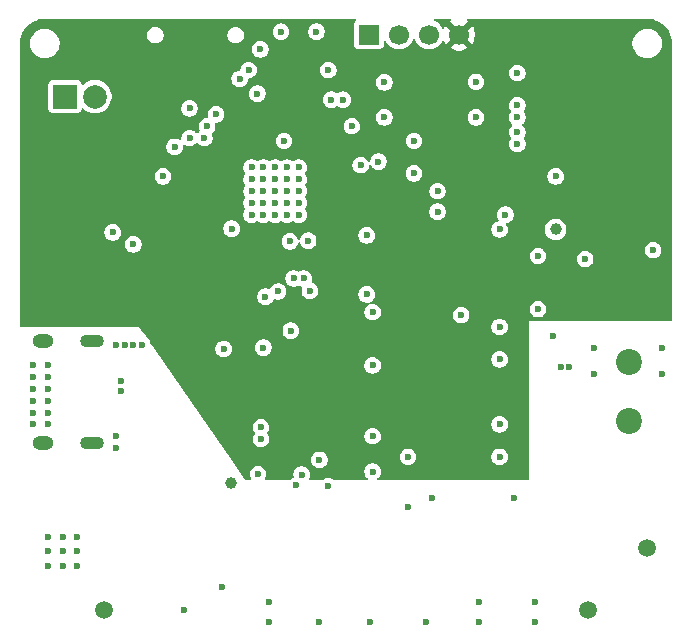
<source format=gbr>
%TF.GenerationSoftware,KiCad,Pcbnew,9.0.3-9.0.3-0~ubuntu22.04.1*%
%TF.CreationDate,2025-09-04T15:57:16+08:00*%
%TF.ProjectId,pdtrigger,70647472-6967-4676-9572-2e6b69636164,rev?*%
%TF.SameCoordinates,Original*%
%TF.FileFunction,Copper,L3,Inr*%
%TF.FilePolarity,Positive*%
%FSLAX46Y46*%
G04 Gerber Fmt 4.6, Leading zero omitted, Abs format (unit mm)*
G04 Created by KiCad (PCBNEW 9.0.3-9.0.3-0~ubuntu22.04.1) date 2025-09-04 15:57:16*
%MOMM*%
%LPD*%
G01*
G04 APERTURE LIST*
%TA.AperFunction,ComponentPad*%
%ADD10R,2.000000X2.000000*%
%TD*%
%TA.AperFunction,ComponentPad*%
%ADD11C,2.000000*%
%TD*%
%TA.AperFunction,ComponentPad*%
%ADD12O,2.000000X1.100000*%
%TD*%
%TA.AperFunction,ComponentPad*%
%ADD13O,1.800000X1.200000*%
%TD*%
%TA.AperFunction,ComponentPad*%
%ADD14C,1.500000*%
%TD*%
%TA.AperFunction,ComponentPad*%
%ADD15R,1.700000X1.700000*%
%TD*%
%TA.AperFunction,ComponentPad*%
%ADD16C,1.700000*%
%TD*%
%TA.AperFunction,ComponentPad*%
%ADD17C,2.200000*%
%TD*%
%TA.AperFunction,ViaPad*%
%ADD18C,0.600000*%
%TD*%
%TA.AperFunction,ViaPad*%
%ADD19C,1.000000*%
%TD*%
G04 APERTURE END LIST*
D10*
%TO.N,/UART_TX*%
%TO.C,J3*%
X-17790000Y8000000D03*
D11*
%TO.N,/UART_RX*%
X-15250000Y8000000D03*
%TD*%
D12*
%TO.N,GND*%
%TO.C,J2*%
X-15470000Y-12680000D03*
D13*
X-19680000Y-12680000D03*
D12*
X-15470000Y-21320000D03*
D13*
X-19680000Y-21320000D03*
%TD*%
D14*
%TO.N,/VBUS*%
%TO.C,TP3*%
X-14500000Y-35500000D03*
%TD*%
%TO.N,GND*%
%TO.C,TP2*%
X26500000Y-35500000D03*
%TD*%
%TO.N,/V_BUS_OUT*%
%TO.C,TP1*%
X31500000Y-30250000D03*
%TD*%
D15*
%TO.N,GND*%
%TO.C,J1*%
X7940000Y13250000D03*
D16*
%TO.N,/SWCLK*%
X10480000Y13250000D03*
%TO.N,/SWDIO*%
X13020000Y13250000D03*
%TO.N,+3V3_MCU*%
X15560000Y13250000D03*
%TD*%
D17*
%TO.N,GND*%
%TO.C,U3*%
X30000000Y-14500000D03*
%TO.N,/V_BUS_OUT*%
X30000000Y-19500000D03*
%TD*%
D18*
%TO.N,/UART_TX*%
X-5750000Y5500000D03*
%TO.N,/UART_RX*%
X-6000000Y4500000D03*
%TO.N,GND*%
X22000000Y-34750000D03*
X22000000Y-36500000D03*
X12750000Y-36500000D03*
X3750000Y-36500000D03*
X17250000Y-34750000D03*
X19000000Y-22500000D03*
X19000000Y-19750000D03*
X19000000Y-14250000D03*
X15750000Y-10500000D03*
X22250000Y-5500000D03*
X22250000Y-10000000D03*
X11250000Y-22500000D03*
X13250000Y-26000000D03*
X20250000Y-26000000D03*
X19000000Y-11500000D03*
%TO.N,+3V3_MCU*%
X14250000Y-4750000D03*
%TO.N,GND*%
X-16750000Y-31750000D03*
X-16750000Y-29250000D03*
X-16750000Y-30500000D03*
X-18000000Y-31750000D03*
X-18000000Y-29250000D03*
X-18000000Y-30500000D03*
X-19250000Y-31750000D03*
X-19250000Y-29250000D03*
X-9500000Y1250000D03*
X8750000Y2500000D03*
X6500000Y5500000D03*
X11750000Y1500000D03*
X11750000Y4250000D03*
X1800000Y-24900000D03*
X7750000Y-8750000D03*
X-13500000Y-21750000D03*
X-13500000Y-20750000D03*
X-11250000Y-13000000D03*
X-12000000Y-13000000D03*
X-12750000Y-13000000D03*
X-13500000Y-13000000D03*
X-19250000Y-30500000D03*
X-500000Y-36500000D03*
X-500000Y-34750000D03*
X8000000Y-36500000D03*
X17250000Y-36500000D03*
X32750000Y-15500000D03*
X32750000Y-13250000D03*
X27000000Y-15500000D03*
X27000000Y-13250000D03*
X32000000Y-5000000D03*
X23500000Y-12250000D03*
X26250000Y-5750000D03*
X19000000Y-3250000D03*
X19500000Y-2000000D03*
X20500000Y10000000D03*
X9250000Y6250000D03*
X17000000Y6250000D03*
X17000000Y9250000D03*
X9250000Y9210000D03*
X3500000Y13500000D03*
X500000Y13500000D03*
X-1250000Y12000000D03*
X4500000Y10250000D03*
X-3683058Y-3183058D03*
X-816942Y-8933058D03*
X-2250000Y10250000D03*
X-3000000Y9500000D03*
X-19250000Y-19750000D03*
X-20500000Y-19750000D03*
X-19250000Y-18750000D03*
X-20500000Y-18750000D03*
X-19250000Y-14750000D03*
X-20500000Y-14750000D03*
X-19250000Y-15750000D03*
X-20500000Y-15750000D03*
X-19250000Y-17750000D03*
X-20500000Y-17750000D03*
X-20500000Y-16750000D03*
X-19250000Y-16750000D03*
%TO.N,/V_BUS_OUT*%
X4500000Y-25000000D03*
X-1000000Y-13250000D03*
%TO.N,GND*%
X2933058Y-8433058D03*
X-7250000Y4500000D03*
%TO.N,+3V3_MCU*%
X-8750000Y-6000000D03*
X-2000000Y-9250000D03*
X-5250000Y-9250000D03*
X4058058Y-9558058D03*
X8500000Y-13750000D03*
X8500000Y-12750000D03*
X8250000Y-22250000D03*
X8250000Y-19750000D03*
%TO.N,Net-(C18-Pad2)*%
X-4500000Y-33550000D03*
X11250000Y-26750000D03*
%TO.N,/VBUS*%
X-7750000Y-35500000D03*
%TO.N,+3V3_MCU*%
X25250000Y4750000D03*
X25250000Y6250000D03*
X31250000Y4750000D03*
X31250000Y6250000D03*
X31250000Y7750000D03*
X-10500000Y9250000D03*
X-10500000Y10250000D03*
%TO.N,/PD_FAULT*%
X-8500000Y3750000D03*
X1250000Y-4250000D03*
X1324000Y-11825000D03*
%TO.N,/SWDIO*%
X2800000Y-4200000D03*
%TO.N,/SWCLK*%
X7750000Y-3750000D03*
%TO.N,/BOOT0*%
X-5000000Y6500000D03*
X7250000Y2200000D03*
%TO.N,/NRST*%
X4750000Y7750000D03*
X750000Y4250000D03*
%TO.N,/I2C3_SCL*%
X250000Y-8500000D03*
X-4360000Y-13360000D03*
%TO.N,+3V3_MCU*%
X25250000Y12250000D03*
X26750000Y12250000D03*
X28250000Y12250000D03*
X28250000Y10750000D03*
X26750000Y10750000D03*
X25250000Y10750000D03*
X25250000Y9250000D03*
X26750000Y9250000D03*
X28250000Y9250000D03*
X29750000Y9250000D03*
X29750000Y7750000D03*
X28250000Y7750000D03*
X26750000Y7750000D03*
X25250000Y7750000D03*
%TO.N,GND*%
X20500000Y6250000D03*
X20500000Y7250000D03*
X20500000Y5000000D03*
X20500000Y4000000D03*
%TO.N,/VBUS*%
X23750000Y1250000D03*
%TO.N,+3V3_MCU*%
X18000000Y4250000D03*
X16500000Y4250000D03*
X15250000Y4250000D03*
%TO.N,GND*%
X13750000Y0D03*
X13750000Y-1750000D03*
D19*
%TO.N,/VBUS*%
X23750000Y-3250000D03*
X-3750000Y-24750000D03*
D18*
%TO.N,GND*%
X5750000Y7750000D03*
X-1500000Y8250000D03*
%TO.N,+3V3_MCU*%
X-3250000Y7250000D03*
X5250000Y5750000D03*
X8500000Y4250000D03*
X5000000Y-6500000D03*
X-7500000Y-5500000D03*
X-7500000Y1500000D03*
X-10000000Y3500000D03*
%TO.N,GND*%
X-7250000Y7000000D03*
X-13750000Y-3500000D03*
X-12000000Y-4500000D03*
X0Y-2000000D03*
X1000000Y-2000000D03*
X2000000Y-2000000D03*
X-1000000Y-2000000D03*
X-2000000Y-2000000D03*
X0Y-1000000D03*
X1000000Y-1000000D03*
X2000000Y-1000000D03*
X-1000000Y-1000000D03*
X-2000000Y-1000000D03*
X0Y2000000D03*
X1000000Y2000000D03*
X2000000Y2000000D03*
X-1000000Y2000000D03*
X-2000000Y2000000D03*
X0Y1000000D03*
X1000000Y1000000D03*
X2000000Y1000000D03*
X-1000000Y1000000D03*
X-2000000Y1000000D03*
X-2000000Y0D03*
X-1000000Y0D03*
X2000000Y0D03*
X1000000Y0D03*
X0Y0D03*
X24200000Y-14900000D03*
X24900000Y-14900000D03*
X8250000Y-10250000D03*
X8250000Y-14750000D03*
X8250000Y-20750000D03*
X8250000Y-23750000D03*
X3750000Y-22750000D03*
X2250000Y-24000000D03*
X-1200000Y-20000000D03*
X-1200000Y-21000000D03*
X-1450000Y-23950000D03*
%TO.N,/USB_D-*%
X-13011170Y-16075000D03*
%TO.N,/USB_D+*%
X-13011170Y-16925000D03*
%TO.N,/USB_D-*%
X1575000Y-7400000D03*
%TO.N,/USB_D+*%
X2425000Y-7400000D03*
%TD*%
%TA.AperFunction,Conductor*%
%TO.N,+3V3_MCU*%
G36*
X6842292Y14580593D02*
G01*
X6878256Y14531093D01*
X6878256Y14469907D01*
X6854105Y14430496D01*
X6851659Y14428052D01*
X6851658Y14428050D01*
X6788880Y14365272D01*
X6761949Y14338341D01*
X6704354Y14225305D01*
X6689500Y14131522D01*
X6689500Y12368479D01*
X6689501Y12368477D01*
X6704352Y12274701D01*
X6704354Y12274696D01*
X6761950Y12161658D01*
X6851658Y12071950D01*
X6964696Y12014354D01*
X7058481Y11999500D01*
X8821518Y11999501D01*
X8821521Y11999501D01*
X8821522Y11999502D01*
X8868411Y12006928D01*
X8915299Y12014353D01*
X8915299Y12014354D01*
X8915304Y12014354D01*
X9028342Y12071950D01*
X9118050Y12161658D01*
X9175646Y12274696D01*
X9190500Y12368481D01*
X9190499Y12613961D01*
X9209406Y12672148D01*
X9258906Y12708112D01*
X9320091Y12708113D01*
X9369591Y12672149D01*
X9377708Y12658903D01*
X9410469Y12594606D01*
X9410473Y12594599D01*
X9410474Y12594598D01*
X9410476Y12594595D01*
X9526172Y12435354D01*
X9665354Y12296172D01*
X9824595Y12180476D01*
X9999975Y12091116D01*
X10187174Y12030291D01*
X10187175Y12030291D01*
X10187178Y12030290D01*
X10381580Y11999500D01*
X10381583Y11999500D01*
X10578420Y11999500D01*
X10772821Y12030290D01*
X10772822Y12030291D01*
X10772826Y12030291D01*
X10960025Y12091116D01*
X11135405Y12180476D01*
X11294646Y12296172D01*
X11433828Y12435354D01*
X11549524Y12594595D01*
X11638884Y12769975D01*
X11655845Y12822177D01*
X11691809Y12871676D01*
X11750000Y12890583D01*
X11808191Y12871676D01*
X11844155Y12822176D01*
X11861116Y12769975D01*
X11950473Y12594599D01*
X11950476Y12594595D01*
X12066172Y12435354D01*
X12205354Y12296172D01*
X12364595Y12180476D01*
X12539975Y12091116D01*
X12727174Y12030291D01*
X12727175Y12030291D01*
X12727178Y12030290D01*
X12921580Y11999500D01*
X12921583Y11999500D01*
X13118420Y11999500D01*
X13312821Y12030290D01*
X13312822Y12030291D01*
X13312826Y12030291D01*
X13500025Y12091116D01*
X13675405Y12180476D01*
X13834646Y12296172D01*
X13973828Y12435354D01*
X14089524Y12594595D01*
X14091472Y12598417D01*
X14124321Y12662889D01*
X14145955Y12705349D01*
X14189218Y12748612D01*
X14249650Y12758184D01*
X14304167Y12730407D01*
X14322374Y12705348D01*
X14405376Y12542447D01*
X14405380Y12542441D01*
X14444728Y12488284D01*
X14444729Y12488284D01*
X15036201Y13079757D01*
X15047470Y13037703D01*
X15119881Y12912285D01*
X15222285Y12809881D01*
X15347703Y12737470D01*
X15389754Y12726203D01*
X14798282Y12134731D01*
X14798282Y12134730D01*
X14852440Y12095381D01*
X14852446Y12095377D01*
X15041784Y11998905D01*
X15243878Y11933241D01*
X15453750Y11900000D01*
X15666250Y11900000D01*
X15876121Y11933241D01*
X16078215Y11998905D01*
X16267556Y12095380D01*
X16321716Y12134730D01*
X15730243Y12726203D01*
X15772297Y12737470D01*
X15897715Y12809881D01*
X16000119Y12912285D01*
X16072530Y13037703D01*
X16083797Y13079757D01*
X16675270Y12488284D01*
X16714624Y12542449D01*
X16743143Y12598421D01*
X30249500Y12598421D01*
X30249500Y12401580D01*
X30280289Y12207179D01*
X30341116Y12019975D01*
X30343979Y12014355D01*
X30430476Y11844595D01*
X30546172Y11685354D01*
X30685354Y11546172D01*
X30844595Y11430476D01*
X31019975Y11341116D01*
X31207174Y11280291D01*
X31207175Y11280291D01*
X31207178Y11280290D01*
X31401580Y11249500D01*
X31401583Y11249500D01*
X31598420Y11249500D01*
X31792821Y11280290D01*
X31792822Y11280291D01*
X31792826Y11280291D01*
X31980025Y11341116D01*
X32155405Y11430476D01*
X32314646Y11546172D01*
X32453828Y11685354D01*
X32569524Y11844595D01*
X32658884Y12019975D01*
X32719709Y12207174D01*
X32726897Y12252556D01*
X32750500Y12401580D01*
X32750500Y12598421D01*
X32719710Y12792822D01*
X32714167Y12809881D01*
X32658884Y12980025D01*
X32569524Y13155405D01*
X32453828Y13314646D01*
X32314646Y13453828D01*
X32155405Y13569524D01*
X32155404Y13569525D01*
X32155402Y13569526D01*
X31980025Y13658884D01*
X31792821Y13719711D01*
X31598420Y13750500D01*
X31598417Y13750500D01*
X31401583Y13750500D01*
X31401580Y13750500D01*
X31207178Y13719711D01*
X31019974Y13658884D01*
X30844597Y13569526D01*
X30685355Y13453829D01*
X30546171Y13314645D01*
X30430474Y13155403D01*
X30341116Y12980026D01*
X30280289Y12792822D01*
X30249500Y12598421D01*
X16743143Y12598421D01*
X16768019Y12647242D01*
X16768024Y12647252D01*
X16811095Y12731785D01*
X16876759Y12933879D01*
X16910000Y13143750D01*
X16910000Y13356251D01*
X16876759Y13566122D01*
X16811095Y13768216D01*
X16714623Y13957554D01*
X16714619Y13957560D01*
X16675270Y14011718D01*
X16675269Y14011718D01*
X16083797Y13420246D01*
X16072530Y13462297D01*
X16000119Y13587715D01*
X15897715Y13690119D01*
X15772297Y13762530D01*
X15730243Y13773799D01*
X16321716Y14365271D01*
X16321716Y14365272D01*
X16267559Y14404620D01*
X16267548Y14404627D01*
X16252506Y14412291D01*
X16209242Y14455556D01*
X16199671Y14515988D01*
X16227449Y14570504D01*
X16281966Y14598281D01*
X16297452Y14599500D01*
X31442417Y14599500D01*
X31496759Y14599500D01*
X31503234Y14599288D01*
X31767568Y14581963D01*
X31780396Y14580274D01*
X32037040Y14529225D01*
X32049529Y14525878D01*
X32297307Y14441769D01*
X32309255Y14436820D01*
X32508947Y14338342D01*
X32543928Y14321091D01*
X32555142Y14314617D01*
X32772707Y14169245D01*
X32782971Y14161369D01*
X32893263Y14064646D01*
X32979692Y13988850D01*
X32988848Y13979694D01*
X33151123Y13794654D01*
X33161364Y13782977D01*
X33169248Y13772703D01*
X33314616Y13555143D01*
X33321090Y13543929D01*
X33436815Y13309264D01*
X33441771Y13297299D01*
X33525874Y13049539D01*
X33529226Y13037031D01*
X33580272Y12780402D01*
X33581962Y12767563D01*
X33599288Y12503235D01*
X33599500Y12496760D01*
X33599500Y-10901000D01*
X33580593Y-10959191D01*
X33531093Y-10995155D01*
X33500500Y-11000000D01*
X21500000Y-11000000D01*
X21500000Y-11000001D01*
X21500000Y-24401000D01*
X21481093Y-24459191D01*
X21431593Y-24495155D01*
X21401000Y-24500000D01*
X8714771Y-24500000D01*
X8656580Y-24481093D01*
X8620616Y-24431593D01*
X8620616Y-24370407D01*
X8656580Y-24320907D01*
X8659769Y-24318685D01*
X8688481Y-24299500D01*
X8696542Y-24294114D01*
X8794114Y-24196542D01*
X8870775Y-24081811D01*
X8923580Y-23954328D01*
X8950500Y-23818993D01*
X8950500Y-23681007D01*
X8923580Y-23545672D01*
X8870775Y-23418189D01*
X8870774Y-23418187D01*
X8870771Y-23418182D01*
X8794114Y-23303458D01*
X8696541Y-23205885D01*
X8581817Y-23129228D01*
X8581806Y-23129222D01*
X8454328Y-23076420D01*
X8318995Y-23049500D01*
X8318993Y-23049500D01*
X8181007Y-23049500D01*
X8181004Y-23049500D01*
X8045672Y-23076420D01*
X8045670Y-23076420D01*
X7918193Y-23129222D01*
X7918182Y-23129228D01*
X7803458Y-23205885D01*
X7705885Y-23303458D01*
X7629228Y-23418182D01*
X7629222Y-23418193D01*
X7576420Y-23545670D01*
X7576420Y-23545672D01*
X7549500Y-23681004D01*
X7549500Y-23681007D01*
X7549500Y-23818993D01*
X7575954Y-23951987D01*
X7576420Y-23954327D01*
X7576420Y-23954329D01*
X7629222Y-24081806D01*
X7629228Y-24081817D01*
X7705885Y-24196541D01*
X7803458Y-24294114D01*
X7840231Y-24318685D01*
X7878110Y-24366735D01*
X7880512Y-24427874D01*
X7846518Y-24478747D01*
X7789115Y-24499924D01*
X7785229Y-24500000D01*
X5031664Y-24500000D01*
X4973473Y-24481093D01*
X4961660Y-24471004D01*
X4946541Y-24455885D01*
X4831817Y-24379228D01*
X4831806Y-24379222D01*
X4704328Y-24326420D01*
X4568995Y-24299500D01*
X4568993Y-24299500D01*
X4431007Y-24299500D01*
X4431004Y-24299500D01*
X4295672Y-24326420D01*
X4295670Y-24326420D01*
X4168193Y-24379222D01*
X4168182Y-24379228D01*
X4053458Y-24455885D01*
X4053454Y-24455889D01*
X4038340Y-24471004D01*
X3983823Y-24498781D01*
X3968336Y-24500000D01*
X2943611Y-24500000D01*
X2885420Y-24481093D01*
X2849456Y-24431593D01*
X2849456Y-24370407D01*
X2861296Y-24345997D01*
X2870774Y-24331812D01*
X2870775Y-24331811D01*
X2923580Y-24204328D01*
X2950500Y-24068993D01*
X2950500Y-23931007D01*
X2923580Y-23795672D01*
X2876085Y-23681008D01*
X2870777Y-23668193D01*
X2870771Y-23668182D01*
X2794114Y-23553458D01*
X2696541Y-23455885D01*
X2581817Y-23379228D01*
X2581806Y-23379222D01*
X2454328Y-23326420D01*
X2318995Y-23299500D01*
X2318993Y-23299500D01*
X2181007Y-23299500D01*
X2181004Y-23299500D01*
X2045672Y-23326420D01*
X2045670Y-23326420D01*
X1918193Y-23379222D01*
X1918182Y-23379228D01*
X1803458Y-23455885D01*
X1705885Y-23553458D01*
X1629228Y-23668182D01*
X1629222Y-23668193D01*
X1576420Y-23795670D01*
X1576420Y-23795672D01*
X1549500Y-23931004D01*
X1549500Y-24068996D01*
X1566094Y-24152419D01*
X1558902Y-24213181D01*
X1517369Y-24258110D01*
X1506883Y-24263196D01*
X1468193Y-24279222D01*
X1468190Y-24279223D01*
X1353458Y-24355886D01*
X1353449Y-24355893D01*
X1255885Y-24453458D01*
X1254188Y-24455999D01*
X1253089Y-24456865D01*
X1252798Y-24457220D01*
X1252720Y-24457156D01*
X1206139Y-24493880D01*
X1171871Y-24500000D01*
X-789798Y-24500000D01*
X-847989Y-24481093D01*
X-883953Y-24431593D01*
X-883953Y-24370407D01*
X-872113Y-24345998D01*
X-829229Y-24281818D01*
X-829223Y-24281806D01*
X-828153Y-24279222D01*
X-776420Y-24154328D01*
X-749500Y-24018993D01*
X-749500Y-23881007D01*
X-776420Y-23745672D01*
X-829225Y-23618189D01*
X-829226Y-23618187D01*
X-829229Y-23618182D01*
X-905886Y-23503458D01*
X-1003459Y-23405885D01*
X-1118183Y-23329228D01*
X-1118194Y-23329222D01*
X-1245672Y-23276420D01*
X-1381005Y-23249500D01*
X-1381007Y-23249500D01*
X-1518993Y-23249500D01*
X-1518996Y-23249500D01*
X-1654328Y-23276420D01*
X-1654330Y-23276420D01*
X-1781807Y-23329222D01*
X-1781818Y-23329228D01*
X-1896542Y-23405885D01*
X-1994115Y-23503458D01*
X-2070772Y-23618182D01*
X-2070778Y-23618193D01*
X-2123580Y-23745670D01*
X-2123580Y-23745672D01*
X-2150500Y-23881004D01*
X-2150500Y-24018995D01*
X-2123580Y-24154327D01*
X-2123580Y-24154329D01*
X-2070778Y-24281806D01*
X-2070772Y-24281818D01*
X-2027887Y-24345998D01*
X-2011278Y-24404886D01*
X-2032455Y-24462290D01*
X-2083329Y-24496283D01*
X-2110202Y-24500000D01*
X-2448129Y-24500000D01*
X-2506320Y-24481093D01*
X-2529526Y-24457352D01*
X-2529617Y-24457220D01*
X-3759305Y-22681004D01*
X3049500Y-22681004D01*
X3049500Y-22818995D01*
X3076420Y-22954327D01*
X3076420Y-22954329D01*
X3129222Y-23081806D01*
X3129228Y-23081817D01*
X3205885Y-23196541D01*
X3303458Y-23294114D01*
X3418182Y-23370771D01*
X3418193Y-23370777D01*
X3438589Y-23379225D01*
X3545672Y-23423580D01*
X3681007Y-23450500D01*
X3681008Y-23450500D01*
X3818992Y-23450500D01*
X3818993Y-23450500D01*
X3954328Y-23423580D01*
X4081811Y-23370775D01*
X4196542Y-23294114D01*
X4294114Y-23196542D01*
X4370775Y-23081811D01*
X4423580Y-22954328D01*
X4450500Y-22818993D01*
X4450500Y-22681007D01*
X4423580Y-22545672D01*
X4376083Y-22431004D01*
X10549500Y-22431004D01*
X10549500Y-22568995D01*
X10576420Y-22704327D01*
X10576420Y-22704329D01*
X10629222Y-22831806D01*
X10629228Y-22831817D01*
X10705885Y-22946541D01*
X10803458Y-23044114D01*
X10918182Y-23120771D01*
X10918193Y-23120777D01*
X10938589Y-23129225D01*
X11045672Y-23173580D01*
X11181007Y-23200500D01*
X11181008Y-23200500D01*
X11318992Y-23200500D01*
X11318993Y-23200500D01*
X11454328Y-23173580D01*
X11581811Y-23120775D01*
X11696542Y-23044114D01*
X11794114Y-22946542D01*
X11870775Y-22831811D01*
X11923580Y-22704328D01*
X11950500Y-22568993D01*
X11950500Y-22431007D01*
X11950499Y-22431004D01*
X18299500Y-22431004D01*
X18299500Y-22568995D01*
X18326420Y-22704327D01*
X18326420Y-22704329D01*
X18379222Y-22831806D01*
X18379228Y-22831817D01*
X18455885Y-22946541D01*
X18553458Y-23044114D01*
X18668182Y-23120771D01*
X18668193Y-23120777D01*
X18688589Y-23129225D01*
X18795672Y-23173580D01*
X18931007Y-23200500D01*
X18931008Y-23200500D01*
X19068992Y-23200500D01*
X19068993Y-23200500D01*
X19204328Y-23173580D01*
X19331811Y-23120775D01*
X19446542Y-23044114D01*
X19544114Y-22946542D01*
X19620775Y-22831811D01*
X19673580Y-22704328D01*
X19700500Y-22568993D01*
X19700500Y-22431007D01*
X19673580Y-22295672D01*
X19620775Y-22168189D01*
X19620774Y-22168187D01*
X19620771Y-22168182D01*
X19544114Y-22053458D01*
X19446541Y-21955885D01*
X19331817Y-21879228D01*
X19331806Y-21879222D01*
X19204328Y-21826420D01*
X19068995Y-21799500D01*
X19068993Y-21799500D01*
X18931007Y-21799500D01*
X18931004Y-21799500D01*
X18795672Y-21826420D01*
X18795670Y-21826420D01*
X18668193Y-21879222D01*
X18668182Y-21879228D01*
X18553458Y-21955885D01*
X18455885Y-22053458D01*
X18379228Y-22168182D01*
X18379222Y-22168193D01*
X18326420Y-22295670D01*
X18326420Y-22295672D01*
X18299500Y-22431004D01*
X11950499Y-22431004D01*
X11923580Y-22295672D01*
X11870775Y-22168189D01*
X11870774Y-22168187D01*
X11870771Y-22168182D01*
X11794114Y-22053458D01*
X11696541Y-21955885D01*
X11581817Y-21879228D01*
X11581806Y-21879222D01*
X11454328Y-21826420D01*
X11318995Y-21799500D01*
X11318993Y-21799500D01*
X11181007Y-21799500D01*
X11181004Y-21799500D01*
X11045672Y-21826420D01*
X11045670Y-21826420D01*
X10918193Y-21879222D01*
X10918182Y-21879228D01*
X10803458Y-21955885D01*
X10705885Y-22053458D01*
X10629228Y-22168182D01*
X10629222Y-22168193D01*
X10576420Y-22295670D01*
X10576420Y-22295672D01*
X10549500Y-22431004D01*
X4376083Y-22431004D01*
X4370775Y-22418189D01*
X4370774Y-22418187D01*
X4370771Y-22418182D01*
X4294114Y-22303458D01*
X4196541Y-22205885D01*
X4081817Y-22129228D01*
X4081806Y-22129222D01*
X3954328Y-22076420D01*
X3818995Y-22049500D01*
X3818993Y-22049500D01*
X3681007Y-22049500D01*
X3681004Y-22049500D01*
X3545672Y-22076420D01*
X3545670Y-22076420D01*
X3418193Y-22129222D01*
X3418182Y-22129228D01*
X3303458Y-22205885D01*
X3205885Y-22303458D01*
X3129228Y-22418182D01*
X3129222Y-22418193D01*
X3076420Y-22545670D01*
X3076420Y-22545672D01*
X3049500Y-22681004D01*
X-3759305Y-22681004D01*
X-5663151Y-19931004D01*
X-1900500Y-19931004D01*
X-1900500Y-20068995D01*
X-1873580Y-20204327D01*
X-1873580Y-20204329D01*
X-1820778Y-20331806D01*
X-1820772Y-20331818D01*
X-1745146Y-20444998D01*
X-1728537Y-20503886D01*
X-1745146Y-20555002D01*
X-1820772Y-20668181D01*
X-1820778Y-20668193D01*
X-1873580Y-20795670D01*
X-1873580Y-20795672D01*
X-1900500Y-20931004D01*
X-1900500Y-21068995D01*
X-1873580Y-21204327D01*
X-1873580Y-21204329D01*
X-1820778Y-21331806D01*
X-1820772Y-21331817D01*
X-1744115Y-21446541D01*
X-1646542Y-21544114D01*
X-1531818Y-21620771D01*
X-1531807Y-21620777D01*
X-1484717Y-21640282D01*
X-1404328Y-21673580D01*
X-1268993Y-21700500D01*
X-1268992Y-21700500D01*
X-1131008Y-21700500D01*
X-1131007Y-21700500D01*
X-995672Y-21673580D01*
X-868189Y-21620775D01*
X-753458Y-21544114D01*
X-655886Y-21446542D01*
X-579225Y-21331811D01*
X-526420Y-21204328D01*
X-499500Y-21068993D01*
X-499500Y-20931007D01*
X-526420Y-20795672D01*
X-573917Y-20681004D01*
X7549500Y-20681004D01*
X7549500Y-20818995D01*
X7576420Y-20954327D01*
X7576420Y-20954329D01*
X7629222Y-21081806D01*
X7629228Y-21081817D01*
X7705885Y-21196541D01*
X7803458Y-21294114D01*
X7918182Y-21370771D01*
X7918193Y-21370777D01*
X7965283Y-21390282D01*
X8045672Y-21423580D01*
X8181007Y-21450500D01*
X8181008Y-21450500D01*
X8318992Y-21450500D01*
X8318993Y-21450500D01*
X8454328Y-21423580D01*
X8581811Y-21370775D01*
X8696542Y-21294114D01*
X8794114Y-21196542D01*
X8870775Y-21081811D01*
X8923580Y-20954328D01*
X8950500Y-20818993D01*
X8950500Y-20681007D01*
X8923580Y-20545672D01*
X8904662Y-20500000D01*
X8870777Y-20418193D01*
X8870771Y-20418182D01*
X8794114Y-20303458D01*
X8696541Y-20205885D01*
X8581817Y-20129228D01*
X8581806Y-20129222D01*
X8454328Y-20076420D01*
X8318995Y-20049500D01*
X8318993Y-20049500D01*
X8181007Y-20049500D01*
X8181004Y-20049500D01*
X8045672Y-20076420D01*
X8045670Y-20076420D01*
X7918193Y-20129222D01*
X7918182Y-20129228D01*
X7803458Y-20205885D01*
X7705885Y-20303458D01*
X7629228Y-20418182D01*
X7629222Y-20418193D01*
X7576420Y-20545670D01*
X7576420Y-20545672D01*
X7549500Y-20681004D01*
X-573917Y-20681004D01*
X-579225Y-20668189D01*
X-579226Y-20668187D01*
X-579229Y-20668182D01*
X-637017Y-20581698D01*
X-654856Y-20555000D01*
X-671464Y-20496114D01*
X-654856Y-20444999D01*
X-579225Y-20331811D01*
X-526420Y-20204328D01*
X-499500Y-20068993D01*
X-499500Y-19931007D01*
X-526420Y-19795672D01*
X-573917Y-19681004D01*
X18299500Y-19681004D01*
X18299500Y-19818995D01*
X18326420Y-19954327D01*
X18326420Y-19954329D01*
X18379222Y-20081806D01*
X18379228Y-20081817D01*
X18455885Y-20196541D01*
X18553458Y-20294114D01*
X18668182Y-20370771D01*
X18668193Y-20370777D01*
X18701119Y-20384415D01*
X18795672Y-20423580D01*
X18931007Y-20450500D01*
X18931008Y-20450500D01*
X19068992Y-20450500D01*
X19068993Y-20450500D01*
X19204328Y-20423580D01*
X19331811Y-20370775D01*
X19446542Y-20294114D01*
X19544114Y-20196542D01*
X19620775Y-20081811D01*
X19673580Y-19954328D01*
X19700500Y-19818993D01*
X19700500Y-19681007D01*
X19673580Y-19545672D01*
X19620775Y-19418189D01*
X19620774Y-19418187D01*
X19620771Y-19418182D01*
X19544114Y-19303458D01*
X19446541Y-19205885D01*
X19331817Y-19129228D01*
X19331806Y-19129222D01*
X19204328Y-19076420D01*
X19068995Y-19049500D01*
X19068993Y-19049500D01*
X18931007Y-19049500D01*
X18931004Y-19049500D01*
X18795672Y-19076420D01*
X18795670Y-19076420D01*
X18668193Y-19129222D01*
X18668182Y-19129228D01*
X18553458Y-19205885D01*
X18455885Y-19303458D01*
X18379228Y-19418182D01*
X18379222Y-19418193D01*
X18326420Y-19545670D01*
X18326420Y-19545672D01*
X18299500Y-19681004D01*
X-573917Y-19681004D01*
X-579225Y-19668189D01*
X-579226Y-19668187D01*
X-579229Y-19668182D01*
X-655886Y-19553458D01*
X-753459Y-19455885D01*
X-868183Y-19379228D01*
X-868194Y-19379222D01*
X-995672Y-19326420D01*
X-1131005Y-19299500D01*
X-1131007Y-19299500D01*
X-1268993Y-19299500D01*
X-1268996Y-19299500D01*
X-1404328Y-19326420D01*
X-1404330Y-19326420D01*
X-1531807Y-19379222D01*
X-1531818Y-19379228D01*
X-1646542Y-19455885D01*
X-1744115Y-19553458D01*
X-1820772Y-19668182D01*
X-1820778Y-19668193D01*
X-1873580Y-19795670D01*
X-1873580Y-19795672D01*
X-1900500Y-19931004D01*
X-5663151Y-19931004D01*
X-9297767Y-14681004D01*
X7549500Y-14681004D01*
X7549500Y-14818995D01*
X7561481Y-14879225D01*
X7575658Y-14950499D01*
X7576420Y-14954327D01*
X7576420Y-14954329D01*
X7629222Y-15081806D01*
X7629228Y-15081817D01*
X7705885Y-15196541D01*
X7803458Y-15294114D01*
X7918182Y-15370771D01*
X7918193Y-15370777D01*
X7965283Y-15390282D01*
X8045672Y-15423580D01*
X8181007Y-15450500D01*
X8181008Y-15450500D01*
X8318992Y-15450500D01*
X8318993Y-15450500D01*
X8454328Y-15423580D01*
X8581811Y-15370775D01*
X8696542Y-15294114D01*
X8794114Y-15196542D01*
X8870775Y-15081811D01*
X8923580Y-14954328D01*
X8950500Y-14818993D01*
X8950500Y-14681007D01*
X8923580Y-14545672D01*
X8870775Y-14418189D01*
X8870774Y-14418187D01*
X8870771Y-14418182D01*
X8794114Y-14303458D01*
X8696541Y-14205885D01*
X8659304Y-14181004D01*
X18299500Y-14181004D01*
X18299500Y-14318995D01*
X18326420Y-14454327D01*
X18326420Y-14454329D01*
X18379222Y-14581806D01*
X18379228Y-14581817D01*
X18455885Y-14696541D01*
X18553458Y-14794114D01*
X18668182Y-14870771D01*
X18668193Y-14870777D01*
X18688589Y-14879225D01*
X18795672Y-14923580D01*
X18931007Y-14950500D01*
X18931008Y-14950500D01*
X19068992Y-14950500D01*
X19068993Y-14950500D01*
X19204328Y-14923580D01*
X19331811Y-14870775D01*
X19446542Y-14794114D01*
X19544114Y-14696542D01*
X19620775Y-14581811D01*
X19673580Y-14454328D01*
X19700500Y-14318993D01*
X19700500Y-14181007D01*
X19673580Y-14045672D01*
X19634158Y-13950499D01*
X19620777Y-13918193D01*
X19620771Y-13918182D01*
X19544114Y-13803458D01*
X19446541Y-13705885D01*
X19331817Y-13629228D01*
X19331806Y-13629222D01*
X19204328Y-13576420D01*
X19068995Y-13549500D01*
X19068993Y-13549500D01*
X18931007Y-13549500D01*
X18931004Y-13549500D01*
X18795672Y-13576420D01*
X18795670Y-13576420D01*
X18668193Y-13629222D01*
X18668182Y-13629228D01*
X18553458Y-13705885D01*
X18455885Y-13803458D01*
X18379228Y-13918182D01*
X18379222Y-13918193D01*
X18326420Y-14045670D01*
X18326420Y-14045672D01*
X18299500Y-14181004D01*
X8659304Y-14181004D01*
X8581817Y-14129228D01*
X8581806Y-14129222D01*
X8454328Y-14076420D01*
X8318995Y-14049500D01*
X8318993Y-14049500D01*
X8181007Y-14049500D01*
X8181004Y-14049500D01*
X8045672Y-14076420D01*
X8045670Y-14076420D01*
X7918193Y-14129222D01*
X7918182Y-14129228D01*
X7803458Y-14205885D01*
X7705885Y-14303458D01*
X7629228Y-14418182D01*
X7629222Y-14418193D01*
X7576420Y-14545670D01*
X7576420Y-14545672D01*
X7549500Y-14681004D01*
X-9297767Y-14681004D01*
X-10260075Y-13291004D01*
X-5060500Y-13291004D01*
X-5060500Y-13428995D01*
X-5033580Y-13564327D01*
X-5033580Y-13564329D01*
X-4980778Y-13691806D01*
X-4980772Y-13691817D01*
X-4904115Y-13806541D01*
X-4806542Y-13904114D01*
X-4691818Y-13980771D01*
X-4691807Y-13980777D01*
X-4644717Y-14000282D01*
X-4564328Y-14033580D01*
X-4428993Y-14060500D01*
X-4428992Y-14060500D01*
X-4291008Y-14060500D01*
X-4291007Y-14060500D01*
X-4155672Y-14033580D01*
X-4028189Y-13980775D01*
X-3913458Y-13904114D01*
X-3815886Y-13806542D01*
X-3739225Y-13691811D01*
X-3686420Y-13564328D01*
X-3659500Y-13428993D01*
X-3659500Y-13291007D01*
X-3674289Y-13216657D01*
X-3678506Y-13195457D01*
X-3681381Y-13181004D01*
X-1700500Y-13181004D01*
X-1700500Y-13318995D01*
X-1673580Y-13454327D01*
X-1673580Y-13454329D01*
X-1620778Y-13581806D01*
X-1620772Y-13581817D01*
X-1544115Y-13696541D01*
X-1446542Y-13794114D01*
X-1331818Y-13870771D01*
X-1331807Y-13870777D01*
X-1284717Y-13890282D01*
X-1204328Y-13923580D01*
X-1068993Y-13950500D01*
X-1068992Y-13950500D01*
X-931008Y-13950500D01*
X-931007Y-13950500D01*
X-795672Y-13923580D01*
X-668189Y-13870775D01*
X-553458Y-13794114D01*
X-455886Y-13696542D01*
X-379225Y-13581811D01*
X-326420Y-13454328D01*
X-299500Y-13318993D01*
X-299500Y-13181007D01*
X-326420Y-13045672D01*
X-365841Y-12950500D01*
X-379223Y-12918193D01*
X-379229Y-12918182D01*
X-455886Y-12803458D01*
X-553459Y-12705885D01*
X-668183Y-12629228D01*
X-668194Y-12629222D01*
X-795672Y-12576420D01*
X-931005Y-12549500D01*
X-931007Y-12549500D01*
X-1068993Y-12549500D01*
X-1068996Y-12549500D01*
X-1204328Y-12576420D01*
X-1204330Y-12576420D01*
X-1331807Y-12629222D01*
X-1331818Y-12629228D01*
X-1446542Y-12705885D01*
X-1544115Y-12803458D01*
X-1620772Y-12918182D01*
X-1620778Y-12918193D01*
X-1673580Y-13045670D01*
X-1673580Y-13045672D01*
X-1700500Y-13181004D01*
X-3681381Y-13181004D01*
X-3686420Y-13155672D01*
X-3739225Y-13028189D01*
X-3739226Y-13028187D01*
X-3739229Y-13028182D01*
X-3815886Y-12913458D01*
X-3913459Y-12815885D01*
X-4028183Y-12739228D01*
X-4028194Y-12739222D01*
X-4155672Y-12686420D01*
X-4291005Y-12659500D01*
X-4291007Y-12659500D01*
X-4428993Y-12659500D01*
X-4428996Y-12659500D01*
X-4564328Y-12686420D01*
X-4564330Y-12686420D01*
X-4691807Y-12739222D01*
X-4691818Y-12739228D01*
X-4806542Y-12815885D01*
X-4904115Y-12913458D01*
X-4980772Y-13028182D01*
X-4980778Y-13028193D01*
X-5033580Y-13155670D01*
X-5033580Y-13155672D01*
X-5060500Y-13291004D01*
X-10260075Y-13291004D01*
X-10554014Y-12866425D01*
X-10569714Y-12829387D01*
X-10572400Y-12815885D01*
X-10576420Y-12795672D01*
X-10629225Y-12668189D01*
X-10629226Y-12668187D01*
X-10629229Y-12668182D01*
X-10705886Y-12553458D01*
X-10803459Y-12455885D01*
X-10852498Y-12423118D01*
X-10878893Y-12397155D01*
X-10965857Y-12271541D01*
X-11322767Y-11756004D01*
X623500Y-11756004D01*
X623500Y-11893995D01*
X650420Y-12029327D01*
X650420Y-12029329D01*
X703222Y-12156806D01*
X703228Y-12156817D01*
X779885Y-12271541D01*
X877458Y-12369114D01*
X992182Y-12445771D01*
X992193Y-12445777D01*
X1016599Y-12455886D01*
X1119672Y-12498580D01*
X1255007Y-12525500D01*
X1255008Y-12525500D01*
X1392992Y-12525500D01*
X1392993Y-12525500D01*
X1528328Y-12498580D01*
X1655811Y-12445775D01*
X1770542Y-12369114D01*
X1868114Y-12271542D01*
X1944775Y-12156811D01*
X1997580Y-12029328D01*
X2024500Y-11893993D01*
X2024500Y-11756007D01*
X1997580Y-11620672D01*
X1968100Y-11549500D01*
X1944777Y-11493193D01*
X1944774Y-11493187D01*
X1936728Y-11481146D01*
X1936727Y-11481144D01*
X1923790Y-11461783D01*
X1903224Y-11431004D01*
X18299500Y-11431004D01*
X18299500Y-11568995D01*
X18326420Y-11704327D01*
X18326420Y-11704329D01*
X18379222Y-11831806D01*
X18379228Y-11831817D01*
X18455885Y-11946541D01*
X18553458Y-12044114D01*
X18668182Y-12120771D01*
X18668193Y-12120777D01*
X18715283Y-12140282D01*
X18795672Y-12173580D01*
X18931007Y-12200500D01*
X18931008Y-12200500D01*
X19068992Y-12200500D01*
X19068993Y-12200500D01*
X19204328Y-12173580D01*
X19331811Y-12120775D01*
X19446542Y-12044114D01*
X19544114Y-11946542D01*
X19620775Y-11831811D01*
X19673580Y-11704328D01*
X19700500Y-11568993D01*
X19700500Y-11431007D01*
X19673580Y-11295672D01*
X19635702Y-11204225D01*
X19620777Y-11168193D01*
X19620771Y-11168182D01*
X19544114Y-11053458D01*
X19446541Y-10955885D01*
X19331817Y-10879228D01*
X19331806Y-10879222D01*
X19204328Y-10826420D01*
X19068995Y-10799500D01*
X19068993Y-10799500D01*
X18931007Y-10799500D01*
X18931004Y-10799500D01*
X18795672Y-10826420D01*
X18795670Y-10826420D01*
X18668193Y-10879222D01*
X18668182Y-10879228D01*
X18553458Y-10955885D01*
X18455885Y-11053458D01*
X18379228Y-11168182D01*
X18379222Y-11168193D01*
X18326420Y-11295670D01*
X18326420Y-11295672D01*
X18299500Y-11431004D01*
X1903224Y-11431004D01*
X1868114Y-11378458D01*
X1770542Y-11280886D01*
X1770541Y-11280885D01*
X1655817Y-11204228D01*
X1655806Y-11204222D01*
X1528328Y-11151420D01*
X1392995Y-11124500D01*
X1392993Y-11124500D01*
X1255007Y-11124500D01*
X1255004Y-11124500D01*
X1119672Y-11151420D01*
X1119670Y-11151420D01*
X992193Y-11204222D01*
X992182Y-11204228D01*
X877458Y-11280885D01*
X779885Y-11378458D01*
X703228Y-11493182D01*
X703222Y-11493193D01*
X650420Y-11620670D01*
X650420Y-11620672D01*
X623500Y-11756004D01*
X-11322767Y-11756004D01*
X-11500000Y-11500000D01*
X-11500001Y-11500000D01*
X-21500500Y-11500000D01*
X-21558691Y-11481093D01*
X-21594655Y-11431593D01*
X-21599500Y-11401000D01*
X-21599500Y-8864062D01*
X-1517442Y-8864062D01*
X-1517442Y-9002053D01*
X-1501578Y-9081806D01*
X-1491284Y-9133557D01*
X-1490522Y-9137385D01*
X-1490522Y-9137387D01*
X-1437720Y-9264864D01*
X-1437714Y-9264875D01*
X-1361057Y-9379599D01*
X-1263484Y-9477172D01*
X-1148760Y-9553829D01*
X-1148749Y-9553835D01*
X-1101659Y-9573340D01*
X-1021270Y-9606638D01*
X-885935Y-9633558D01*
X-885934Y-9633558D01*
X-747950Y-9633558D01*
X-747949Y-9633558D01*
X-612614Y-9606638D01*
X-485131Y-9553833D01*
X-370400Y-9477172D01*
X-272828Y-9379600D01*
X-196167Y-9264869D01*
X-166361Y-9192909D01*
X-126625Y-9146384D01*
X-67131Y-9132100D01*
X-37016Y-9139330D01*
X45672Y-9173580D01*
X181007Y-9200500D01*
X181008Y-9200500D01*
X318992Y-9200500D01*
X318993Y-9200500D01*
X454328Y-9173580D01*
X581811Y-9120775D01*
X696542Y-9044114D01*
X794114Y-8946542D01*
X870775Y-8831811D01*
X923580Y-8704328D01*
X950500Y-8568993D01*
X950500Y-8431007D01*
X923580Y-8295672D01*
X900581Y-8240148D01*
X870777Y-8168193D01*
X870771Y-8168182D01*
X794114Y-8053458D01*
X696541Y-7955885D01*
X581817Y-7879228D01*
X581806Y-7879222D01*
X454328Y-7826420D01*
X318995Y-7799500D01*
X318993Y-7799500D01*
X181007Y-7799500D01*
X181004Y-7799500D01*
X45672Y-7826420D01*
X45670Y-7826420D01*
X-81807Y-7879222D01*
X-81818Y-7879228D01*
X-196542Y-7955885D01*
X-294115Y-8053458D01*
X-370772Y-8168182D01*
X-370776Y-8168190D01*
X-400582Y-8240148D01*
X-440319Y-8286674D01*
X-499814Y-8300957D01*
X-529931Y-8293726D01*
X-612614Y-8259478D01*
X-747947Y-8232558D01*
X-747949Y-8232558D01*
X-885935Y-8232558D01*
X-885938Y-8232558D01*
X-1021270Y-8259478D01*
X-1021272Y-8259478D01*
X-1148749Y-8312280D01*
X-1148760Y-8312286D01*
X-1263484Y-8388943D01*
X-1361057Y-8486516D01*
X-1437714Y-8601240D01*
X-1437720Y-8601251D01*
X-1490522Y-8728728D01*
X-1490522Y-8728730D01*
X-1517442Y-8864062D01*
X-21599500Y-8864062D01*
X-21599500Y-7331004D01*
X874500Y-7331004D01*
X874500Y-7468995D01*
X901420Y-7604327D01*
X901420Y-7604329D01*
X954222Y-7731806D01*
X954228Y-7731817D01*
X1030885Y-7846541D01*
X1128458Y-7944114D01*
X1243182Y-8020771D01*
X1243193Y-8020777D01*
X1290283Y-8040282D01*
X1370672Y-8073580D01*
X1506007Y-8100500D01*
X1506008Y-8100500D01*
X1643992Y-8100500D01*
X1643993Y-8100500D01*
X1779328Y-8073580D01*
X1906811Y-8020775D01*
X1944998Y-7995258D01*
X2003885Y-7978649D01*
X2042825Y-7988315D01*
X2049155Y-7991352D01*
X2093189Y-8020775D01*
X2219690Y-8073173D01*
X2222124Y-8074341D01*
X2242403Y-8093673D01*
X2263710Y-8111871D01*
X2264368Y-8114613D01*
X2266410Y-8116560D01*
X2271452Y-8144119D01*
X2277994Y-8171366D01*
X2277110Y-8175045D01*
X2277422Y-8176746D01*
X2275981Y-8179747D01*
X2270764Y-8201483D01*
X2259477Y-8228731D01*
X2232558Y-8364062D01*
X2232558Y-8364065D01*
X2232558Y-8502051D01*
X2259477Y-8637383D01*
X2259478Y-8637385D01*
X2259478Y-8637387D01*
X2312280Y-8764864D01*
X2312286Y-8764875D01*
X2388943Y-8879599D01*
X2486516Y-8977172D01*
X2601240Y-9053829D01*
X2601251Y-9053835D01*
X2648341Y-9073340D01*
X2728730Y-9106638D01*
X2864065Y-9133558D01*
X2864066Y-9133558D01*
X3002050Y-9133558D01*
X3002051Y-9133558D01*
X3137386Y-9106638D01*
X3264869Y-9053833D01*
X3379600Y-8977172D01*
X3477172Y-8879600D01*
X3553833Y-8764869D01*
X3588571Y-8681004D01*
X7049500Y-8681004D01*
X7049500Y-8818995D01*
X7076420Y-8954327D01*
X7076420Y-8954329D01*
X7129222Y-9081806D01*
X7129228Y-9081817D01*
X7205885Y-9196541D01*
X7303458Y-9294114D01*
X7418182Y-9370771D01*
X7418193Y-9370777D01*
X7465283Y-9390282D01*
X7545672Y-9423580D01*
X7681007Y-9450500D01*
X7681008Y-9450500D01*
X7818992Y-9450500D01*
X7818993Y-9450500D01*
X7854957Y-9443346D01*
X7915717Y-9450537D01*
X7960648Y-9492069D01*
X7972585Y-9552079D01*
X7946970Y-9607644D01*
X7920940Y-9627754D01*
X7918186Y-9629225D01*
X7803458Y-9705885D01*
X7705885Y-9803458D01*
X7629228Y-9918182D01*
X7629222Y-9918193D01*
X7576420Y-10045670D01*
X7576420Y-10045672D01*
X7549500Y-10181004D01*
X7549500Y-10318995D01*
X7576420Y-10454327D01*
X7576420Y-10454329D01*
X7629222Y-10581806D01*
X7629228Y-10581817D01*
X7705885Y-10696541D01*
X7803458Y-10794114D01*
X7918182Y-10870771D01*
X7918193Y-10870777D01*
X7938589Y-10879225D01*
X8045672Y-10923580D01*
X8181007Y-10950500D01*
X8181008Y-10950500D01*
X8318992Y-10950500D01*
X8318993Y-10950500D01*
X8454328Y-10923580D01*
X8581811Y-10870775D01*
X8696542Y-10794114D01*
X8794114Y-10696542D01*
X8870775Y-10581811D01*
X8923580Y-10454328D01*
X8928219Y-10431004D01*
X15049500Y-10431004D01*
X15049500Y-10568995D01*
X15067446Y-10659216D01*
X15075658Y-10700499D01*
X15076420Y-10704327D01*
X15076420Y-10704329D01*
X15129222Y-10831806D01*
X15129228Y-10831817D01*
X15205885Y-10946541D01*
X15303458Y-11044114D01*
X15418182Y-11120771D01*
X15418193Y-11120777D01*
X15465283Y-11140282D01*
X15545672Y-11173580D01*
X15681007Y-11200500D01*
X15681008Y-11200500D01*
X15818992Y-11200500D01*
X15818993Y-11200500D01*
X15954328Y-11173580D01*
X16081811Y-11120775D01*
X16196542Y-11044114D01*
X16294114Y-10946542D01*
X16370775Y-10831811D01*
X16423580Y-10704328D01*
X16450500Y-10568993D01*
X16450500Y-10431007D01*
X16423580Y-10295672D01*
X16376085Y-10181008D01*
X16370777Y-10168193D01*
X16370771Y-10168182D01*
X16294114Y-10053458D01*
X16196541Y-9955885D01*
X16159304Y-9931004D01*
X21549500Y-9931004D01*
X21549500Y-10068995D01*
X21576420Y-10204327D01*
X21576420Y-10204329D01*
X21629222Y-10331806D01*
X21629228Y-10331817D01*
X21705885Y-10446541D01*
X21803458Y-10544114D01*
X21918182Y-10620771D01*
X21918193Y-10620777D01*
X21965283Y-10640282D01*
X22045672Y-10673580D01*
X22181007Y-10700500D01*
X22181008Y-10700500D01*
X22318992Y-10700500D01*
X22318993Y-10700500D01*
X22454328Y-10673580D01*
X22581811Y-10620775D01*
X22696542Y-10544114D01*
X22794114Y-10446542D01*
X22870775Y-10331811D01*
X22923580Y-10204328D01*
X22950500Y-10068993D01*
X22950500Y-9931007D01*
X22923580Y-9795672D01*
X22870775Y-9668189D01*
X22870774Y-9668187D01*
X22870771Y-9668182D01*
X22794114Y-9553458D01*
X22696541Y-9455885D01*
X22581817Y-9379228D01*
X22581806Y-9379222D01*
X22454328Y-9326420D01*
X22318995Y-9299500D01*
X22318993Y-9299500D01*
X22181007Y-9299500D01*
X22181004Y-9299500D01*
X22045672Y-9326420D01*
X22045670Y-9326420D01*
X21918193Y-9379222D01*
X21918182Y-9379228D01*
X21803458Y-9455885D01*
X21705885Y-9553458D01*
X21629228Y-9668182D01*
X21629222Y-9668193D01*
X21576420Y-9795670D01*
X21576420Y-9795672D01*
X21549500Y-9931004D01*
X16159304Y-9931004D01*
X16081817Y-9879228D01*
X16081806Y-9879222D01*
X15954328Y-9826420D01*
X15818995Y-9799500D01*
X15818993Y-9799500D01*
X15681007Y-9799500D01*
X15681004Y-9799500D01*
X15545672Y-9826420D01*
X15545670Y-9826420D01*
X15418193Y-9879222D01*
X15418182Y-9879228D01*
X15303458Y-9955885D01*
X15205885Y-10053458D01*
X15129228Y-10168182D01*
X15129222Y-10168193D01*
X15076420Y-10295670D01*
X15076420Y-10295672D01*
X15049500Y-10431004D01*
X8928219Y-10431004D01*
X8950500Y-10318993D01*
X8950500Y-10181007D01*
X8923580Y-10045672D01*
X8876085Y-9931008D01*
X8870777Y-9918193D01*
X8870771Y-9918182D01*
X8794114Y-9803458D01*
X8696541Y-9705885D01*
X8581817Y-9629228D01*
X8581806Y-9629222D01*
X8454328Y-9576420D01*
X8318995Y-9549500D01*
X8318993Y-9549500D01*
X8181007Y-9549500D01*
X8180999Y-9549500D01*
X8145040Y-9556653D01*
X8084279Y-9549460D01*
X8039350Y-9507927D01*
X8027414Y-9447917D01*
X8053031Y-9392353D01*
X8079074Y-9372237D01*
X8081801Y-9370779D01*
X8081811Y-9370775D01*
X8196542Y-9294114D01*
X8294114Y-9196542D01*
X8370775Y-9081811D01*
X8423580Y-8954328D01*
X8450500Y-8818993D01*
X8450500Y-8681007D01*
X8423580Y-8545672D01*
X8376085Y-8431008D01*
X8370777Y-8418193D01*
X8370771Y-8418182D01*
X8294114Y-8303458D01*
X8196541Y-8205885D01*
X8081817Y-8129228D01*
X8081806Y-8129222D01*
X7954328Y-8076420D01*
X7818995Y-8049500D01*
X7818993Y-8049500D01*
X7681007Y-8049500D01*
X7681004Y-8049500D01*
X7545672Y-8076420D01*
X7545670Y-8076420D01*
X7418193Y-8129222D01*
X7418182Y-8129228D01*
X7303458Y-8205885D01*
X7205885Y-8303458D01*
X7129228Y-8418182D01*
X7129222Y-8418193D01*
X7076420Y-8545670D01*
X7076420Y-8545672D01*
X7049500Y-8681004D01*
X3588571Y-8681004D01*
X3606638Y-8637386D01*
X3633558Y-8502051D01*
X3633558Y-8364065D01*
X3606638Y-8228730D01*
X3560176Y-8116560D01*
X3553835Y-8101251D01*
X3553829Y-8101240D01*
X3477172Y-7986516D01*
X3379599Y-7888943D01*
X3264875Y-7812286D01*
X3264864Y-7812280D01*
X3140873Y-7760922D01*
X3094347Y-7721186D01*
X3080063Y-7661691D01*
X3087294Y-7631574D01*
X3098580Y-7604328D01*
X3125500Y-7468993D01*
X3125500Y-7331007D01*
X3098580Y-7195672D01*
X3045775Y-7068189D01*
X3045774Y-7068187D01*
X3045771Y-7068182D01*
X2969114Y-6953458D01*
X2871541Y-6855885D01*
X2756817Y-6779228D01*
X2756806Y-6779222D01*
X2629328Y-6726420D01*
X2493995Y-6699500D01*
X2493993Y-6699500D01*
X2356007Y-6699500D01*
X2356004Y-6699500D01*
X2220672Y-6726420D01*
X2220670Y-6726420D01*
X2093193Y-6779222D01*
X2093181Y-6779228D01*
X2055002Y-6804740D01*
X1996114Y-6821349D01*
X1944998Y-6804740D01*
X1906818Y-6779228D01*
X1906806Y-6779222D01*
X1779328Y-6726420D01*
X1643995Y-6699500D01*
X1643993Y-6699500D01*
X1506007Y-6699500D01*
X1506004Y-6699500D01*
X1370672Y-6726420D01*
X1370670Y-6726420D01*
X1243193Y-6779222D01*
X1243182Y-6779228D01*
X1128458Y-6855885D01*
X1030885Y-6953458D01*
X954228Y-7068182D01*
X954222Y-7068193D01*
X901420Y-7195670D01*
X901420Y-7195672D01*
X874500Y-7331004D01*
X-21599500Y-7331004D01*
X-21599500Y-5431004D01*
X21549500Y-5431004D01*
X21549500Y-5568995D01*
X21566972Y-5656829D01*
X21575658Y-5700499D01*
X21576420Y-5704327D01*
X21576420Y-5704329D01*
X21629222Y-5831806D01*
X21629228Y-5831817D01*
X21705885Y-5946541D01*
X21803458Y-6044114D01*
X21918182Y-6120771D01*
X21918193Y-6120777D01*
X21965283Y-6140282D01*
X22045672Y-6173580D01*
X22181007Y-6200500D01*
X22181008Y-6200500D01*
X22318992Y-6200500D01*
X22318993Y-6200500D01*
X22454328Y-6173580D01*
X22581811Y-6120775D01*
X22696542Y-6044114D01*
X22794114Y-5946542D01*
X22870775Y-5831811D01*
X22923580Y-5704328D01*
X22928219Y-5681004D01*
X25549500Y-5681004D01*
X25549500Y-5818995D01*
X25576420Y-5954327D01*
X25576420Y-5954329D01*
X25629222Y-6081806D01*
X25629228Y-6081817D01*
X25705885Y-6196541D01*
X25803458Y-6294114D01*
X25918182Y-6370771D01*
X25918193Y-6370777D01*
X25965283Y-6390282D01*
X26045672Y-6423580D01*
X26181007Y-6450500D01*
X26181008Y-6450500D01*
X26318992Y-6450500D01*
X26318993Y-6450500D01*
X26454328Y-6423580D01*
X26581811Y-6370775D01*
X26696542Y-6294114D01*
X26794114Y-6196542D01*
X26870775Y-6081811D01*
X26923580Y-5954328D01*
X26950500Y-5818993D01*
X26950500Y-5681007D01*
X26923580Y-5545672D01*
X26876085Y-5431008D01*
X26870777Y-5418193D01*
X26870771Y-5418182D01*
X26794114Y-5303458D01*
X26696541Y-5205885D01*
X26581817Y-5129228D01*
X26581806Y-5129222D01*
X26454328Y-5076420D01*
X26318995Y-5049500D01*
X26318993Y-5049500D01*
X26181007Y-5049500D01*
X26181004Y-5049500D01*
X26045672Y-5076420D01*
X26045670Y-5076420D01*
X25918193Y-5129222D01*
X25918182Y-5129228D01*
X25803458Y-5205885D01*
X25705885Y-5303458D01*
X25629228Y-5418182D01*
X25629222Y-5418193D01*
X25576420Y-5545670D01*
X25576420Y-5545672D01*
X25549500Y-5681004D01*
X22928219Y-5681004D01*
X22950500Y-5568993D01*
X22950500Y-5431007D01*
X22923580Y-5295672D01*
X22870775Y-5168189D01*
X22870774Y-5168187D01*
X22870771Y-5168182D01*
X22794114Y-5053458D01*
X22696541Y-4955885D01*
X22659304Y-4931004D01*
X31299500Y-4931004D01*
X31299500Y-5068995D01*
X31317446Y-5159216D01*
X31325658Y-5200499D01*
X31326420Y-5204327D01*
X31326420Y-5204329D01*
X31379222Y-5331806D01*
X31379228Y-5331817D01*
X31455885Y-5446541D01*
X31553458Y-5544114D01*
X31668182Y-5620771D01*
X31668193Y-5620777D01*
X31715283Y-5640282D01*
X31795672Y-5673580D01*
X31931007Y-5700500D01*
X31931008Y-5700500D01*
X32068992Y-5700500D01*
X32068993Y-5700500D01*
X32204328Y-5673580D01*
X32331811Y-5620775D01*
X32446542Y-5544114D01*
X32544114Y-5446542D01*
X32620775Y-5331811D01*
X32673580Y-5204328D01*
X32700500Y-5068993D01*
X32700500Y-4931007D01*
X32673580Y-4795672D01*
X32620775Y-4668189D01*
X32620774Y-4668187D01*
X32620771Y-4668182D01*
X32544114Y-4553458D01*
X32446541Y-4455885D01*
X32331817Y-4379228D01*
X32331806Y-4379222D01*
X32204328Y-4326420D01*
X32068995Y-4299500D01*
X32068993Y-4299500D01*
X31931007Y-4299500D01*
X31931004Y-4299500D01*
X31795672Y-4326420D01*
X31795670Y-4326420D01*
X31668193Y-4379222D01*
X31668182Y-4379228D01*
X31553458Y-4455885D01*
X31455885Y-4553458D01*
X31379228Y-4668182D01*
X31379222Y-4668193D01*
X31326420Y-4795670D01*
X31326420Y-4795672D01*
X31299500Y-4931004D01*
X22659304Y-4931004D01*
X22581817Y-4879228D01*
X22581806Y-4879222D01*
X22454328Y-4826420D01*
X22318995Y-4799500D01*
X22318993Y-4799500D01*
X22181007Y-4799500D01*
X22181004Y-4799500D01*
X22045672Y-4826420D01*
X22045670Y-4826420D01*
X21918193Y-4879222D01*
X21918182Y-4879228D01*
X21803458Y-4955885D01*
X21705885Y-5053458D01*
X21629228Y-5168182D01*
X21629222Y-5168193D01*
X21576420Y-5295670D01*
X21576420Y-5295672D01*
X21549500Y-5431004D01*
X-21599500Y-5431004D01*
X-21599500Y-4431004D01*
X-12700500Y-4431004D01*
X-12700500Y-4568995D01*
X-12673580Y-4704327D01*
X-12673580Y-4704329D01*
X-12620778Y-4831806D01*
X-12620772Y-4831817D01*
X-12544115Y-4946541D01*
X-12446542Y-5044114D01*
X-12331818Y-5120771D01*
X-12331807Y-5120777D01*
X-12311411Y-5129225D01*
X-12204328Y-5173580D01*
X-12068993Y-5200500D01*
X-12068992Y-5200500D01*
X-11931008Y-5200500D01*
X-11931007Y-5200500D01*
X-11795672Y-5173580D01*
X-11668189Y-5120775D01*
X-11553458Y-5044114D01*
X-11455886Y-4946542D01*
X-11379225Y-4831811D01*
X-11326420Y-4704328D01*
X-11299500Y-4568993D01*
X-11299500Y-4431007D01*
X-11326420Y-4295672D01*
X-11373917Y-4181004D01*
X549500Y-4181004D01*
X549500Y-4318995D01*
X567125Y-4407600D01*
X575658Y-4450499D01*
X576420Y-4454327D01*
X576420Y-4454329D01*
X629222Y-4581806D01*
X629228Y-4581817D01*
X705885Y-4696541D01*
X803458Y-4794114D01*
X918182Y-4870771D01*
X918193Y-4870777D01*
X938589Y-4879225D01*
X1045672Y-4923580D01*
X1181007Y-4950500D01*
X1181008Y-4950500D01*
X1318992Y-4950500D01*
X1318993Y-4950500D01*
X1454328Y-4923580D01*
X1581811Y-4870775D01*
X1696542Y-4794114D01*
X1794114Y-4696542D01*
X1870775Y-4581811D01*
X1923580Y-4454328D01*
X1932875Y-4407597D01*
X1962770Y-4354216D01*
X2018334Y-4328599D01*
X2078344Y-4340535D01*
X2119878Y-4385464D01*
X2124543Y-4399810D01*
X2125007Y-4399670D01*
X2126420Y-4404329D01*
X2179222Y-4531806D01*
X2179228Y-4531817D01*
X2255885Y-4646541D01*
X2353458Y-4744114D01*
X2468182Y-4820771D01*
X2468193Y-4820777D01*
X2515283Y-4840282D01*
X2595672Y-4873580D01*
X2731007Y-4900500D01*
X2731008Y-4900500D01*
X2868992Y-4900500D01*
X2868993Y-4900500D01*
X3004328Y-4873580D01*
X3131811Y-4820775D01*
X3246542Y-4744114D01*
X3344114Y-4646542D01*
X3420775Y-4531811D01*
X3473580Y-4404328D01*
X3500500Y-4268993D01*
X3500500Y-4131007D01*
X3473580Y-3995672D01*
X3427141Y-3883557D01*
X3420777Y-3868193D01*
X3420771Y-3868182D01*
X3344114Y-3753458D01*
X3271660Y-3681004D01*
X7049500Y-3681004D01*
X7049500Y-3818995D01*
X7062343Y-3883557D01*
X7075658Y-3950499D01*
X7076420Y-3954327D01*
X7076420Y-3954329D01*
X7129222Y-4081806D01*
X7129228Y-4081817D01*
X7205885Y-4196541D01*
X7303458Y-4294114D01*
X7418182Y-4370771D01*
X7418193Y-4370777D01*
X7465283Y-4390282D01*
X7545672Y-4423580D01*
X7681007Y-4450500D01*
X7681008Y-4450500D01*
X7818992Y-4450500D01*
X7818993Y-4450500D01*
X7954328Y-4423580D01*
X8081811Y-4370775D01*
X8196542Y-4294114D01*
X8294114Y-4196542D01*
X8370775Y-4081811D01*
X8423580Y-3954328D01*
X8450500Y-3818993D01*
X8450500Y-3681007D01*
X8423580Y-3545672D01*
X8376085Y-3431008D01*
X8370777Y-3418193D01*
X8370771Y-3418182D01*
X8294114Y-3303458D01*
X8196541Y-3205885D01*
X8159304Y-3181004D01*
X18299500Y-3181004D01*
X18299500Y-3318995D01*
X18326420Y-3454327D01*
X18326420Y-3454329D01*
X18379222Y-3581806D01*
X18379228Y-3581817D01*
X18455885Y-3696541D01*
X18553458Y-3794114D01*
X18668182Y-3870771D01*
X18668193Y-3870777D01*
X18699050Y-3883558D01*
X18795672Y-3923580D01*
X18931007Y-3950500D01*
X18931008Y-3950500D01*
X19068992Y-3950500D01*
X19068993Y-3950500D01*
X19204328Y-3923580D01*
X19331811Y-3870775D01*
X19446542Y-3794114D01*
X19544114Y-3696542D01*
X19620775Y-3581811D01*
X19673580Y-3454328D01*
X19700500Y-3318993D01*
X19700500Y-3181007D01*
X19696581Y-3161306D01*
X22849500Y-3161306D01*
X22849500Y-3338693D01*
X22884106Y-3512665D01*
X22884106Y-3512667D01*
X22951985Y-3676544D01*
X22951985Y-3676545D01*
X23047167Y-3818993D01*
X23050536Y-3824035D01*
X23175965Y-3949464D01*
X23323453Y-4048013D01*
X23323454Y-4048013D01*
X23323455Y-4048014D01*
X23360581Y-4063391D01*
X23487334Y-4115894D01*
X23661309Y-4150500D01*
X23661310Y-4150500D01*
X23838690Y-4150500D01*
X23838691Y-4150500D01*
X24012666Y-4115894D01*
X24176547Y-4048013D01*
X24324035Y-3949464D01*
X24449464Y-3824035D01*
X24548013Y-3676547D01*
X24615894Y-3512666D01*
X24650500Y-3338691D01*
X24650500Y-3161309D01*
X24615894Y-2987334D01*
X24548014Y-2823455D01*
X24548014Y-2823454D01*
X24449464Y-2675965D01*
X24324034Y-2550535D01*
X24176544Y-2451985D01*
X24012666Y-2384106D01*
X23838693Y-2349500D01*
X23838691Y-2349500D01*
X23661309Y-2349500D01*
X23661306Y-2349500D01*
X23487334Y-2384106D01*
X23487332Y-2384106D01*
X23323455Y-2451985D01*
X23323454Y-2451985D01*
X23175965Y-2550535D01*
X23050535Y-2675965D01*
X22951985Y-2823454D01*
X22951985Y-2823455D01*
X22884106Y-2987332D01*
X22884106Y-2987334D01*
X22849500Y-3161306D01*
X19696581Y-3161306D01*
X19673580Y-3045672D01*
X19620775Y-2918189D01*
X19620771Y-2918181D01*
X19568625Y-2840141D01*
X19552016Y-2781253D01*
X19573193Y-2723849D01*
X19624067Y-2689856D01*
X19631615Y-2688043D01*
X19704328Y-2673580D01*
X19831811Y-2620775D01*
X19946542Y-2544114D01*
X20044114Y-2446542D01*
X20120775Y-2331811D01*
X20173580Y-2204328D01*
X20200500Y-2068993D01*
X20200500Y-1931007D01*
X20173580Y-1795672D01*
X20155978Y-1753177D01*
X20120777Y-1668193D01*
X20120771Y-1668182D01*
X20044114Y-1553458D01*
X19946541Y-1455885D01*
X19831817Y-1379228D01*
X19831806Y-1379222D01*
X19704328Y-1326420D01*
X19568995Y-1299500D01*
X19568993Y-1299500D01*
X19431007Y-1299500D01*
X19431004Y-1299500D01*
X19295672Y-1326420D01*
X19295670Y-1326420D01*
X19168193Y-1379222D01*
X19168182Y-1379228D01*
X19053458Y-1455885D01*
X18955885Y-1553458D01*
X18879228Y-1668182D01*
X18879222Y-1668193D01*
X18826420Y-1795670D01*
X18826420Y-1795672D01*
X18799500Y-1931004D01*
X18799500Y-2068995D01*
X18826420Y-2204327D01*
X18826420Y-2204329D01*
X18879222Y-2331806D01*
X18879228Y-2331818D01*
X18931374Y-2409858D01*
X18947983Y-2468746D01*
X18926806Y-2526150D01*
X18875932Y-2560143D01*
X18868374Y-2561957D01*
X18795680Y-2576417D01*
X18795670Y-2576420D01*
X18668193Y-2629222D01*
X18668182Y-2629228D01*
X18553458Y-2705885D01*
X18455885Y-2803458D01*
X18379228Y-2918182D01*
X18379222Y-2918193D01*
X18326420Y-3045670D01*
X18326420Y-3045672D01*
X18299500Y-3181004D01*
X8159304Y-3181004D01*
X8081817Y-3129228D01*
X8081806Y-3129222D01*
X7954328Y-3076420D01*
X7818995Y-3049500D01*
X7818993Y-3049500D01*
X7681007Y-3049500D01*
X7681004Y-3049500D01*
X7545672Y-3076420D01*
X7545670Y-3076420D01*
X7418193Y-3129222D01*
X7418182Y-3129228D01*
X7303458Y-3205885D01*
X7205885Y-3303458D01*
X7129228Y-3418182D01*
X7129222Y-3418193D01*
X7076420Y-3545670D01*
X7076420Y-3545672D01*
X7049500Y-3681004D01*
X3271660Y-3681004D01*
X3246541Y-3655885D01*
X3131817Y-3579228D01*
X3131806Y-3579222D01*
X3004328Y-3526420D01*
X2868995Y-3499500D01*
X2868993Y-3499500D01*
X2731007Y-3499500D01*
X2731004Y-3499500D01*
X2595672Y-3526420D01*
X2595670Y-3526420D01*
X2468193Y-3579222D01*
X2468182Y-3579228D01*
X2353458Y-3655885D01*
X2255885Y-3753458D01*
X2179228Y-3868182D01*
X2179222Y-3868193D01*
X2126420Y-3995670D01*
X2117125Y-4042401D01*
X2087228Y-4095784D01*
X2031662Y-4121400D01*
X1971653Y-4109463D01*
X1930121Y-4064533D01*
X1925459Y-4050188D01*
X1924993Y-4050330D01*
X1923579Y-4045670D01*
X1922934Y-4044114D01*
X1884158Y-3950499D01*
X1870777Y-3918193D01*
X1870771Y-3918182D01*
X1794114Y-3803458D01*
X1696541Y-3705885D01*
X1581817Y-3629228D01*
X1581806Y-3629222D01*
X1454328Y-3576420D01*
X1318995Y-3549500D01*
X1318993Y-3549500D01*
X1181007Y-3549500D01*
X1181004Y-3549500D01*
X1045672Y-3576420D01*
X1045670Y-3576420D01*
X918193Y-3629222D01*
X918182Y-3629228D01*
X803458Y-3705885D01*
X705885Y-3803458D01*
X629228Y-3918182D01*
X629222Y-3918193D01*
X576420Y-4045670D01*
X576420Y-4045672D01*
X549500Y-4181004D01*
X-11373917Y-4181004D01*
X-11379225Y-4168189D01*
X-11379226Y-4168187D01*
X-11379229Y-4168182D01*
X-11455886Y-4053458D01*
X-11553459Y-3955885D01*
X-11668183Y-3879228D01*
X-11668194Y-3879222D01*
X-11795672Y-3826420D01*
X-11931005Y-3799500D01*
X-11931007Y-3799500D01*
X-12068993Y-3799500D01*
X-12068996Y-3799500D01*
X-12204328Y-3826420D01*
X-12204330Y-3826420D01*
X-12331807Y-3879222D01*
X-12331818Y-3879228D01*
X-12446542Y-3955885D01*
X-12544115Y-4053458D01*
X-12620772Y-4168182D01*
X-12620778Y-4168193D01*
X-12673580Y-4295670D01*
X-12673580Y-4295672D01*
X-12700500Y-4431004D01*
X-21599500Y-4431004D01*
X-21599500Y-3431004D01*
X-14450500Y-3431004D01*
X-14450500Y-3568995D01*
X-14423580Y-3704327D01*
X-14423580Y-3704329D01*
X-14370778Y-3831806D01*
X-14370772Y-3831817D01*
X-14294115Y-3946541D01*
X-14196542Y-4044114D01*
X-14081818Y-4120771D01*
X-14081807Y-4120777D01*
X-14034717Y-4140282D01*
X-13954328Y-4173580D01*
X-13818993Y-4200500D01*
X-13818992Y-4200500D01*
X-13681008Y-4200500D01*
X-13681007Y-4200500D01*
X-13545672Y-4173580D01*
X-13418189Y-4120775D01*
X-13303458Y-4044114D01*
X-13205886Y-3946542D01*
X-13129225Y-3831811D01*
X-13076420Y-3704328D01*
X-13049500Y-3568993D01*
X-13049500Y-3431007D01*
X-13076420Y-3295672D01*
X-13123915Y-3181008D01*
X-13129223Y-3168193D01*
X-13129228Y-3168183D01*
X-13131886Y-3164206D01*
X-13131887Y-3164204D01*
X-13131888Y-3164203D01*
X-13165392Y-3114062D01*
X-4383558Y-3114062D01*
X-4383558Y-3252053D01*
X-4356638Y-3387385D01*
X-4356638Y-3387387D01*
X-4303836Y-3514864D01*
X-4303830Y-3514875D01*
X-4227173Y-3629599D01*
X-4129600Y-3727172D01*
X-4014876Y-3803829D01*
X-4014865Y-3803835D01*
X-3978265Y-3818995D01*
X-3887386Y-3856638D01*
X-3752051Y-3883558D01*
X-3752050Y-3883558D01*
X-3614066Y-3883558D01*
X-3614065Y-3883558D01*
X-3478730Y-3856638D01*
X-3351247Y-3803833D01*
X-3236516Y-3727172D01*
X-3138944Y-3629600D01*
X-3062283Y-3514869D01*
X-3009478Y-3387386D01*
X-2982558Y-3252051D01*
X-2982558Y-3114065D01*
X-3009478Y-2978730D01*
X-3062283Y-2851247D01*
X-3062284Y-2851245D01*
X-3062287Y-2851240D01*
X-3138944Y-2736516D01*
X-3236517Y-2638943D01*
X-3351241Y-2562286D01*
X-3351252Y-2562280D01*
X-3478730Y-2509478D01*
X-3614063Y-2482558D01*
X-3614065Y-2482558D01*
X-3752051Y-2482558D01*
X-3752054Y-2482558D01*
X-3887386Y-2509478D01*
X-3887388Y-2509478D01*
X-4014865Y-2562280D01*
X-4014876Y-2562286D01*
X-4129600Y-2638943D01*
X-4227173Y-2736516D01*
X-4303830Y-2851240D01*
X-4303836Y-2851251D01*
X-4356638Y-2978728D01*
X-4356638Y-2978730D01*
X-4383558Y-3114062D01*
X-13165392Y-3114062D01*
X-13205886Y-3053458D01*
X-13303458Y-2955886D01*
X-13303459Y-2955885D01*
X-13418183Y-2879228D01*
X-13418194Y-2879222D01*
X-13545672Y-2826420D01*
X-13681005Y-2799500D01*
X-13681007Y-2799500D01*
X-13818993Y-2799500D01*
X-13818996Y-2799500D01*
X-13954328Y-2826420D01*
X-13954330Y-2826420D01*
X-14081807Y-2879222D01*
X-14081818Y-2879228D01*
X-14196542Y-2955885D01*
X-14294115Y-3053458D01*
X-14370772Y-3168182D01*
X-14370778Y-3168193D01*
X-14423580Y-3295670D01*
X-14423580Y-3295672D01*
X-14450500Y-3431004D01*
X-21599500Y-3431004D01*
X-21599500Y1318996D01*
X-10200500Y1318996D01*
X-10200500Y1181005D01*
X-10173580Y1045673D01*
X-10173580Y1045671D01*
X-10120778Y918194D01*
X-10120772Y918183D01*
X-10044115Y803459D01*
X-9946542Y705886D01*
X-9831818Y629229D01*
X-9831807Y629223D01*
X-9811411Y620775D01*
X-9704328Y576420D01*
X-9568993Y549500D01*
X-9568992Y549500D01*
X-9431008Y549500D01*
X-9431007Y549500D01*
X-9295672Y576420D01*
X-9168189Y629225D01*
X-9053458Y705886D01*
X-8955886Y803458D01*
X-8879225Y918189D01*
X-8826420Y1045672D01*
X-8799500Y1181007D01*
X-8799500Y1318993D01*
X-8826420Y1454328D01*
X-8845338Y1500000D01*
X-8879223Y1581807D01*
X-8879229Y1581818D01*
X-8955886Y1696542D01*
X-9053459Y1794115D01*
X-9168183Y1870772D01*
X-9168194Y1870778D01*
X-9295672Y1923580D01*
X-9431005Y1950500D01*
X-9431007Y1950500D01*
X-9568993Y1950500D01*
X-9568996Y1950500D01*
X-9704328Y1923580D01*
X-9704330Y1923580D01*
X-9831807Y1870778D01*
X-9831818Y1870772D01*
X-9946542Y1794115D01*
X-10044115Y1696542D01*
X-10120772Y1581818D01*
X-10120778Y1581807D01*
X-10173580Y1454330D01*
X-10173580Y1454328D01*
X-10200500Y1318996D01*
X-21599500Y1318996D01*
X-21599500Y2068996D01*
X-2700500Y2068996D01*
X-2700500Y1931005D01*
X-2682554Y1840784D01*
X-2674342Y1799501D01*
X-2673580Y1795673D01*
X-2673580Y1795671D01*
X-2620778Y1668194D01*
X-2620772Y1668182D01*
X-2545146Y1555002D01*
X-2528537Y1496114D01*
X-2545146Y1444998D01*
X-2620772Y1331819D01*
X-2620778Y1331807D01*
X-2673580Y1204330D01*
X-2673580Y1204328D01*
X-2700500Y1068996D01*
X-2700500Y931005D01*
X-2682554Y840784D01*
X-2674342Y799501D01*
X-2673580Y795673D01*
X-2673580Y795671D01*
X-2620778Y668194D01*
X-2620772Y668182D01*
X-2545146Y555002D01*
X-2528537Y496114D01*
X-2545146Y444998D01*
X-2620772Y331819D01*
X-2620778Y331807D01*
X-2673580Y204330D01*
X-2673580Y204328D01*
X-2700500Y68996D01*
X-2700500Y-68995D01*
X-2673580Y-204327D01*
X-2673580Y-204329D01*
X-2620778Y-331806D01*
X-2620772Y-331818D01*
X-2545146Y-444998D01*
X-2528537Y-503886D01*
X-2545146Y-555002D01*
X-2620772Y-668181D01*
X-2620778Y-668193D01*
X-2673580Y-795670D01*
X-2673580Y-795672D01*
X-2700500Y-931004D01*
X-2700500Y-1068995D01*
X-2673580Y-1204327D01*
X-2673580Y-1204329D01*
X-2620778Y-1331806D01*
X-2620772Y-1331818D01*
X-2545146Y-1444998D01*
X-2528537Y-1503886D01*
X-2545146Y-1555002D01*
X-2620772Y-1668181D01*
X-2620778Y-1668193D01*
X-2673580Y-1795670D01*
X-2673580Y-1795672D01*
X-2700500Y-1931004D01*
X-2700500Y-2068995D01*
X-2673580Y-2204327D01*
X-2673580Y-2204329D01*
X-2620778Y-2331806D01*
X-2620772Y-2331817D01*
X-2544115Y-2446541D01*
X-2446542Y-2544114D01*
X-2331818Y-2620771D01*
X-2331807Y-2620777D01*
X-2311411Y-2629225D01*
X-2204328Y-2673580D01*
X-2068993Y-2700500D01*
X-2068992Y-2700500D01*
X-1931008Y-2700500D01*
X-1931007Y-2700500D01*
X-1795672Y-2673580D01*
X-1668189Y-2620775D01*
X-1555001Y-2545144D01*
X-1496114Y-2528536D01*
X-1445000Y-2545144D01*
X-1398197Y-2576417D01*
X-1331818Y-2620771D01*
X-1331807Y-2620777D01*
X-1311411Y-2629225D01*
X-1204328Y-2673580D01*
X-1068993Y-2700500D01*
X-1068992Y-2700500D01*
X-931008Y-2700500D01*
X-931007Y-2700500D01*
X-795672Y-2673580D01*
X-668189Y-2620775D01*
X-555001Y-2545144D01*
X-496114Y-2528536D01*
X-445000Y-2545144D01*
X-398197Y-2576417D01*
X-331818Y-2620771D01*
X-331807Y-2620777D01*
X-311411Y-2629225D01*
X-204328Y-2673580D01*
X-68993Y-2700500D01*
X-68992Y-2700500D01*
X68992Y-2700500D01*
X68993Y-2700500D01*
X204328Y-2673580D01*
X331811Y-2620775D01*
X444999Y-2545144D01*
X503886Y-2528536D01*
X555000Y-2545144D01*
X601803Y-2576417D01*
X668182Y-2620771D01*
X668193Y-2620777D01*
X688589Y-2629225D01*
X795672Y-2673580D01*
X931007Y-2700500D01*
X931008Y-2700500D01*
X1068992Y-2700500D01*
X1068993Y-2700500D01*
X1204328Y-2673580D01*
X1331811Y-2620775D01*
X1444999Y-2545144D01*
X1503886Y-2528536D01*
X1555000Y-2545144D01*
X1601803Y-2576417D01*
X1668182Y-2620771D01*
X1668193Y-2620777D01*
X1688589Y-2629225D01*
X1795672Y-2673580D01*
X1931007Y-2700500D01*
X1931008Y-2700500D01*
X2068992Y-2700500D01*
X2068993Y-2700500D01*
X2204328Y-2673580D01*
X2331811Y-2620775D01*
X2446542Y-2544114D01*
X2544114Y-2446542D01*
X2620775Y-2331811D01*
X2673580Y-2204328D01*
X2700500Y-2068993D01*
X2700500Y-1931007D01*
X2673580Y-1795672D01*
X2626083Y-1681004D01*
X13049500Y-1681004D01*
X13049500Y-1818995D01*
X13076420Y-1954327D01*
X13076420Y-1954329D01*
X13129222Y-2081806D01*
X13129228Y-2081817D01*
X13205885Y-2196541D01*
X13303458Y-2294114D01*
X13418182Y-2370771D01*
X13418193Y-2370777D01*
X13450373Y-2384106D01*
X13545672Y-2423580D01*
X13681007Y-2450500D01*
X13681008Y-2450500D01*
X13818992Y-2450500D01*
X13818993Y-2450500D01*
X13954328Y-2423580D01*
X14081811Y-2370775D01*
X14196542Y-2294114D01*
X14294114Y-2196542D01*
X14370775Y-2081811D01*
X14423580Y-1954328D01*
X14450500Y-1818993D01*
X14450500Y-1681007D01*
X14423580Y-1545672D01*
X14404662Y-1500000D01*
X14370777Y-1418193D01*
X14370771Y-1418182D01*
X14294114Y-1303458D01*
X14196541Y-1205885D01*
X14081817Y-1129228D01*
X14081806Y-1129222D01*
X13954328Y-1076420D01*
X13818995Y-1049500D01*
X13818993Y-1049500D01*
X13681007Y-1049500D01*
X13681004Y-1049500D01*
X13545672Y-1076420D01*
X13545670Y-1076420D01*
X13418193Y-1129222D01*
X13418182Y-1129228D01*
X13303458Y-1205885D01*
X13205885Y-1303458D01*
X13129228Y-1418182D01*
X13129222Y-1418193D01*
X13076420Y-1545670D01*
X13076420Y-1545672D01*
X13049500Y-1681004D01*
X2626083Y-1681004D01*
X2620775Y-1668189D01*
X2620774Y-1668187D01*
X2620771Y-1668182D01*
X2582767Y-1611306D01*
X2545144Y-1555000D01*
X2528536Y-1496114D01*
X2545144Y-1444999D01*
X2620775Y-1331811D01*
X2673580Y-1204328D01*
X2700500Y-1068993D01*
X2700500Y-931007D01*
X2673580Y-795672D01*
X2620775Y-668189D01*
X2620774Y-668187D01*
X2620771Y-668182D01*
X2582767Y-611306D01*
X2545144Y-555000D01*
X2528536Y-496114D01*
X2545144Y-444999D01*
X2620775Y-331811D01*
X2673580Y-204328D01*
X2700500Y-68993D01*
X2700500Y68993D01*
X2700499Y68996D01*
X13049500Y68996D01*
X13049500Y-68995D01*
X13076420Y-204327D01*
X13076420Y-204329D01*
X13129222Y-331806D01*
X13129228Y-331817D01*
X13205885Y-446541D01*
X13303458Y-544114D01*
X13418182Y-620771D01*
X13418193Y-620777D01*
X13465283Y-640282D01*
X13545672Y-673580D01*
X13681007Y-700500D01*
X13681008Y-700500D01*
X13818992Y-700500D01*
X13818993Y-700500D01*
X13954328Y-673580D01*
X14081811Y-620775D01*
X14196542Y-544114D01*
X14294114Y-446542D01*
X14370775Y-331811D01*
X14423580Y-204328D01*
X14450500Y-68993D01*
X14450500Y68993D01*
X14423580Y204328D01*
X14370775Y331811D01*
X14370774Y331813D01*
X14370771Y331818D01*
X14294114Y446542D01*
X14196541Y544115D01*
X14081817Y620772D01*
X14081806Y620778D01*
X13954328Y673580D01*
X13818995Y700500D01*
X13818993Y700500D01*
X13681007Y700500D01*
X13681004Y700500D01*
X13545672Y673580D01*
X13545670Y673580D01*
X13418193Y620778D01*
X13418182Y620772D01*
X13303458Y544115D01*
X13205885Y446542D01*
X13129228Y331818D01*
X13129222Y331807D01*
X13076420Y204330D01*
X13076420Y204328D01*
X13049500Y68996D01*
X2700499Y68996D01*
X2673580Y204328D01*
X2620775Y331811D01*
X2620774Y331813D01*
X2620771Y331818D01*
X2582767Y388694D01*
X2545144Y445000D01*
X2528536Y503886D01*
X2545144Y555001D01*
X2620775Y668189D01*
X2673580Y795672D01*
X2700500Y931007D01*
X2700500Y1068993D01*
X2673580Y1204328D01*
X2626085Y1318992D01*
X2620777Y1331807D01*
X2620771Y1331818D01*
X2582767Y1388694D01*
X2545144Y1445000D01*
X2528536Y1503886D01*
X2545144Y1555001D01*
X2620775Y1668189D01*
X2673580Y1795672D01*
X2700500Y1931007D01*
X2700500Y2068993D01*
X2673580Y2204328D01*
X2646794Y2268996D01*
X6549500Y2268996D01*
X6549500Y2131005D01*
X6576420Y1995673D01*
X6576420Y1995671D01*
X6629222Y1868194D01*
X6629228Y1868183D01*
X6705885Y1753459D01*
X6803458Y1655886D01*
X6918182Y1579229D01*
X6918193Y1579223D01*
X6965283Y1559718D01*
X7045672Y1526420D01*
X7181007Y1499500D01*
X7181008Y1499500D01*
X7318992Y1499500D01*
X7318993Y1499500D01*
X7454328Y1526420D01*
X7557116Y1568996D01*
X11049500Y1568996D01*
X11049500Y1431005D01*
X11076420Y1295673D01*
X11076420Y1295671D01*
X11129222Y1168194D01*
X11129228Y1168183D01*
X11205885Y1053459D01*
X11303458Y955886D01*
X11418182Y879229D01*
X11418193Y879223D01*
X11465283Y859718D01*
X11545672Y826420D01*
X11681007Y799500D01*
X11681008Y799500D01*
X11818992Y799500D01*
X11818993Y799500D01*
X11954328Y826420D01*
X12081811Y879225D01*
X12196542Y955886D01*
X12294114Y1053458D01*
X12370775Y1168189D01*
X12423580Y1295672D01*
X12428219Y1318996D01*
X23049500Y1318996D01*
X23049500Y1181005D01*
X23076420Y1045673D01*
X23076420Y1045671D01*
X23129222Y918194D01*
X23129228Y918183D01*
X23205885Y803459D01*
X23303458Y705886D01*
X23418182Y629229D01*
X23418193Y629223D01*
X23438589Y620775D01*
X23545672Y576420D01*
X23681007Y549500D01*
X23681008Y549500D01*
X23818992Y549500D01*
X23818993Y549500D01*
X23954328Y576420D01*
X24081811Y629225D01*
X24196542Y705886D01*
X24294114Y803458D01*
X24370775Y918189D01*
X24423580Y1045672D01*
X24450500Y1181007D01*
X24450500Y1318993D01*
X24423580Y1454328D01*
X24404662Y1500000D01*
X24370777Y1581807D01*
X24370771Y1581818D01*
X24294114Y1696542D01*
X24196541Y1794115D01*
X24081817Y1870772D01*
X24081806Y1870778D01*
X23954328Y1923580D01*
X23818995Y1950500D01*
X23818993Y1950500D01*
X23681007Y1950500D01*
X23681004Y1950500D01*
X23545672Y1923580D01*
X23545670Y1923580D01*
X23418193Y1870778D01*
X23418182Y1870772D01*
X23303458Y1794115D01*
X23205885Y1696542D01*
X23129228Y1581818D01*
X23129222Y1581807D01*
X23076420Y1454330D01*
X23076420Y1454328D01*
X23049500Y1318996D01*
X12428219Y1318996D01*
X12450500Y1431007D01*
X12450500Y1568993D01*
X12423580Y1704328D01*
X12370775Y1831811D01*
X12370774Y1831813D01*
X12370771Y1831818D01*
X12294114Y1946542D01*
X12196541Y2044115D01*
X12081817Y2120772D01*
X12081806Y2120778D01*
X11954328Y2173580D01*
X11818995Y2200500D01*
X11818993Y2200500D01*
X11681007Y2200500D01*
X11681004Y2200500D01*
X11545672Y2173580D01*
X11545670Y2173580D01*
X11418193Y2120778D01*
X11418182Y2120772D01*
X11303458Y2044115D01*
X11205885Y1946542D01*
X11129228Y1831818D01*
X11129222Y1831807D01*
X11076420Y1704330D01*
X11076420Y1704328D01*
X11049500Y1568996D01*
X7557116Y1568996D01*
X7581811Y1579225D01*
X7696542Y1655886D01*
X7794114Y1753458D01*
X7870775Y1868189D01*
X7923580Y1995672D01*
X7950500Y2131007D01*
X7950500Y2131008D01*
X7950571Y2131364D01*
X7980468Y2184748D01*
X8036033Y2210364D01*
X8096043Y2198427D01*
X8129984Y2167052D01*
X8160904Y2120778D01*
X8205886Y2053458D01*
X8205889Y2053455D01*
X8303458Y1955886D01*
X8418182Y1879229D01*
X8418193Y1879223D01*
X8465283Y1859718D01*
X8545672Y1826420D01*
X8681007Y1799500D01*
X8681008Y1799500D01*
X8818992Y1799500D01*
X8818993Y1799500D01*
X8954328Y1826420D01*
X9081811Y1879225D01*
X9196542Y1955886D01*
X9294114Y2053458D01*
X9370775Y2168189D01*
X9423580Y2295672D01*
X9450500Y2431007D01*
X9450500Y2568993D01*
X9423580Y2704328D01*
X9405978Y2746823D01*
X9370777Y2831807D01*
X9370771Y2831818D01*
X9294114Y2946542D01*
X9196541Y3044115D01*
X9081817Y3120772D01*
X9081806Y3120778D01*
X8954328Y3173580D01*
X8818995Y3200500D01*
X8818993Y3200500D01*
X8681007Y3200500D01*
X8681004Y3200500D01*
X8545672Y3173580D01*
X8545670Y3173580D01*
X8418193Y3120778D01*
X8418182Y3120772D01*
X8303458Y3044115D01*
X8205885Y2946542D01*
X8129228Y2831818D01*
X8129222Y2831807D01*
X8076420Y2704330D01*
X8049428Y2568636D01*
X8019530Y2515252D01*
X7963965Y2489637D01*
X7903956Y2501574D01*
X7870015Y2532949D01*
X7845929Y2568996D01*
X7794114Y2646542D01*
X7696542Y2744114D01*
X7696541Y2744115D01*
X7581817Y2820772D01*
X7581806Y2820778D01*
X7454328Y2873580D01*
X7318995Y2900500D01*
X7318993Y2900500D01*
X7181007Y2900500D01*
X7181004Y2900500D01*
X7045672Y2873580D01*
X7045670Y2873580D01*
X6918193Y2820778D01*
X6918182Y2820772D01*
X6803458Y2744115D01*
X6705885Y2646542D01*
X6629228Y2531818D01*
X6629222Y2531807D01*
X6576420Y2404330D01*
X6576420Y2404328D01*
X6549500Y2268996D01*
X2646794Y2268996D01*
X2635745Y2295671D01*
X2620777Y2331807D01*
X2620771Y2331818D01*
X2544114Y2446542D01*
X2446541Y2544115D01*
X2331817Y2620772D01*
X2331806Y2620778D01*
X2204328Y2673580D01*
X2068995Y2700500D01*
X2068993Y2700500D01*
X1931007Y2700500D01*
X1931004Y2700500D01*
X1795672Y2673580D01*
X1795670Y2673580D01*
X1668193Y2620778D01*
X1668181Y2620772D01*
X1555002Y2545146D01*
X1496114Y2528537D01*
X1444998Y2545146D01*
X1331818Y2620772D01*
X1331806Y2620778D01*
X1204328Y2673580D01*
X1068995Y2700500D01*
X1068993Y2700500D01*
X931007Y2700500D01*
X931004Y2700500D01*
X795672Y2673580D01*
X795670Y2673580D01*
X668193Y2620778D01*
X668181Y2620772D01*
X555002Y2545146D01*
X496114Y2528537D01*
X444998Y2545146D01*
X331818Y2620772D01*
X331806Y2620778D01*
X204328Y2673580D01*
X68995Y2700500D01*
X68993Y2700500D01*
X-68993Y2700500D01*
X-68996Y2700500D01*
X-204328Y2673580D01*
X-204330Y2673580D01*
X-331807Y2620778D01*
X-331819Y2620772D01*
X-444998Y2545146D01*
X-503886Y2528537D01*
X-555002Y2545146D01*
X-668182Y2620772D01*
X-668194Y2620778D01*
X-795672Y2673580D01*
X-931005Y2700500D01*
X-931007Y2700500D01*
X-1068993Y2700500D01*
X-1068996Y2700500D01*
X-1204328Y2673580D01*
X-1204330Y2673580D01*
X-1331807Y2620778D01*
X-1331819Y2620772D01*
X-1444998Y2545146D01*
X-1503886Y2528537D01*
X-1555002Y2545146D01*
X-1668182Y2620772D01*
X-1668194Y2620778D01*
X-1795672Y2673580D01*
X-1931005Y2700500D01*
X-1931007Y2700500D01*
X-2068993Y2700500D01*
X-2068996Y2700500D01*
X-2204328Y2673580D01*
X-2204330Y2673580D01*
X-2331807Y2620778D01*
X-2331818Y2620772D01*
X-2446542Y2544115D01*
X-2544115Y2446542D01*
X-2620772Y2331818D01*
X-2620778Y2331807D01*
X-2673580Y2204330D01*
X-2673580Y2204328D01*
X-2700500Y2068996D01*
X-21599500Y2068996D01*
X-21599500Y3818996D01*
X-9200500Y3818996D01*
X-9200500Y3681005D01*
X-9182554Y3590784D01*
X-9174342Y3549501D01*
X-9173580Y3545673D01*
X-9173580Y3545671D01*
X-9120778Y3418194D01*
X-9120772Y3418183D01*
X-9044115Y3303459D01*
X-8946542Y3205886D01*
X-8831818Y3129229D01*
X-8831807Y3129223D01*
X-8811411Y3120775D01*
X-8704328Y3076420D01*
X-8568993Y3049500D01*
X-8568992Y3049500D01*
X-8431008Y3049500D01*
X-8431007Y3049500D01*
X-8295672Y3076420D01*
X-8168189Y3129225D01*
X-8053458Y3205886D01*
X-7955886Y3303458D01*
X-7879225Y3418189D01*
X-7826420Y3545672D01*
X-7799500Y3681007D01*
X-7799500Y3818993D01*
X-7800057Y3821794D01*
X-7799904Y3823091D01*
X-7799977Y3823837D01*
X-7799814Y3823854D01*
X-7792865Y3882555D01*
X-7751333Y3927485D01*
X-7691323Y3939422D01*
X-7647961Y3923425D01*
X-7596195Y3888836D01*
X-7581813Y3879226D01*
X-7581807Y3879223D01*
X-7534717Y3859718D01*
X-7454328Y3826420D01*
X-7318993Y3799500D01*
X-7318992Y3799500D01*
X-7181008Y3799500D01*
X-7181007Y3799500D01*
X-7045672Y3826420D01*
X-6918189Y3879225D01*
X-6803458Y3955886D01*
X-6705886Y4053458D01*
X-6705880Y4053469D01*
X-6702809Y4057209D01*
X-6701354Y4056015D01*
X-6659284Y4089193D01*
X-6598146Y4091607D01*
X-6547266Y4057625D01*
X-6545209Y4054793D01*
X-6544117Y4053462D01*
X-6544114Y4053458D01*
X-6544111Y4053455D01*
X-6446542Y3955886D01*
X-6331818Y3879229D01*
X-6331807Y3879223D01*
X-6284717Y3859718D01*
X-6204328Y3826420D01*
X-6068993Y3799500D01*
X-6068992Y3799500D01*
X-5931008Y3799500D01*
X-5931007Y3799500D01*
X-5795672Y3826420D01*
X-5668189Y3879225D01*
X-5553458Y3955886D01*
X-5455886Y4053458D01*
X-5379225Y4168189D01*
X-5326420Y4295672D01*
X-5321781Y4318996D01*
X49500Y4318996D01*
X49500Y4181005D01*
X52051Y4168183D01*
X74042Y4057625D01*
X76420Y4045673D01*
X76420Y4045671D01*
X129222Y3918194D01*
X129228Y3918183D01*
X205885Y3803459D01*
X303458Y3705886D01*
X418182Y3629229D01*
X418193Y3629223D01*
X465283Y3609718D01*
X545672Y3576420D01*
X681007Y3549500D01*
X681008Y3549500D01*
X818992Y3549500D01*
X818993Y3549500D01*
X954328Y3576420D01*
X1081811Y3629225D01*
X1196542Y3705886D01*
X1294114Y3803458D01*
X1370775Y3918189D01*
X1423580Y4045672D01*
X1450500Y4181007D01*
X1450500Y4318993D01*
X1450499Y4318996D01*
X11049500Y4318996D01*
X11049500Y4181005D01*
X11052051Y4168183D01*
X11074042Y4057625D01*
X11076420Y4045673D01*
X11076420Y4045671D01*
X11129222Y3918194D01*
X11129228Y3918183D01*
X11205885Y3803459D01*
X11303458Y3705886D01*
X11418182Y3629229D01*
X11418193Y3629223D01*
X11465283Y3609718D01*
X11545672Y3576420D01*
X11681007Y3549500D01*
X11681008Y3549500D01*
X11818992Y3549500D01*
X11818993Y3549500D01*
X11954328Y3576420D01*
X12081811Y3629225D01*
X12196542Y3705886D01*
X12294114Y3803458D01*
X12370775Y3918189D01*
X12423580Y4045672D01*
X12450500Y4181007D01*
X12450500Y4318993D01*
X12423580Y4454328D01*
X12404662Y4500000D01*
X12370777Y4581807D01*
X12370771Y4581818D01*
X12294114Y4696542D01*
X12196541Y4794115D01*
X12081817Y4870772D01*
X12081806Y4870778D01*
X11954328Y4923580D01*
X11818995Y4950500D01*
X11818993Y4950500D01*
X11681007Y4950500D01*
X11681004Y4950500D01*
X11545672Y4923580D01*
X11545670Y4923580D01*
X11418193Y4870778D01*
X11418182Y4870772D01*
X11303458Y4794115D01*
X11205885Y4696542D01*
X11129228Y4581818D01*
X11129222Y4581807D01*
X11076420Y4454330D01*
X11076420Y4454328D01*
X11049500Y4318996D01*
X1450499Y4318996D01*
X1423580Y4454328D01*
X1404662Y4500000D01*
X1370777Y4581807D01*
X1370771Y4581818D01*
X1294114Y4696542D01*
X1196541Y4794115D01*
X1081817Y4870772D01*
X1081806Y4870778D01*
X954328Y4923580D01*
X818995Y4950500D01*
X818993Y4950500D01*
X681007Y4950500D01*
X681004Y4950500D01*
X545672Y4923580D01*
X545670Y4923580D01*
X418193Y4870778D01*
X418182Y4870772D01*
X303458Y4794115D01*
X205885Y4696542D01*
X129228Y4581818D01*
X129222Y4581807D01*
X76420Y4454330D01*
X76420Y4454328D01*
X49500Y4318996D01*
X-5321781Y4318996D01*
X-5299500Y4431007D01*
X-5299500Y4568993D01*
X-5326420Y4704328D01*
X-5371962Y4814277D01*
X-5376763Y4875273D01*
X-5344793Y4927442D01*
X-5335511Y4934470D01*
X-5303458Y4955886D01*
X-5205886Y5053458D01*
X-5129225Y5168189D01*
X-5076420Y5295672D01*
X-5049500Y5431007D01*
X-5049500Y5568993D01*
X-5049501Y5568996D01*
X5799500Y5568996D01*
X5799500Y5431005D01*
X5826420Y5295673D01*
X5826420Y5295671D01*
X5879222Y5168194D01*
X5879228Y5168183D01*
X5955885Y5053459D01*
X6053458Y4955886D01*
X6168182Y4879229D01*
X6168193Y4879223D01*
X6188589Y4870775D01*
X6295672Y4826420D01*
X6431007Y4799500D01*
X6431008Y4799500D01*
X6568992Y4799500D01*
X6568993Y4799500D01*
X6704328Y4826420D01*
X6831811Y4879225D01*
X6946542Y4955886D01*
X7044114Y5053458D01*
X7120775Y5168189D01*
X7173580Y5295672D01*
X7200500Y5431007D01*
X7200500Y5568993D01*
X7173580Y5704328D01*
X7139240Y5787232D01*
X7120777Y5831807D01*
X7120771Y5831818D01*
X7044114Y5946542D01*
X6946541Y6044115D01*
X6831817Y6120772D01*
X6831806Y6120778D01*
X6704328Y6173580D01*
X6568995Y6200500D01*
X6568993Y6200500D01*
X6431007Y6200500D01*
X6431004Y6200500D01*
X6295672Y6173580D01*
X6295670Y6173580D01*
X6168193Y6120778D01*
X6168182Y6120772D01*
X6053458Y6044115D01*
X5955885Y5946542D01*
X5879228Y5831818D01*
X5879222Y5831807D01*
X5826420Y5704330D01*
X5826420Y5704328D01*
X5799500Y5568996D01*
X-5049501Y5568996D01*
X-5071894Y5681571D01*
X-5071957Y5681904D01*
X-5068182Y5711897D01*
X-5064625Y5741947D01*
X-5064365Y5742230D01*
X-5064316Y5742611D01*
X-5043625Y5764666D01*
X-5023093Y5786877D01*
X-5022687Y5786984D01*
X-5022453Y5787232D01*
X-5019757Y5787748D01*
X-4974719Y5799500D01*
X-4931008Y5799500D01*
X-4931007Y5799500D01*
X-4795672Y5826420D01*
X-4668189Y5879225D01*
X-4553458Y5955886D01*
X-4455886Y6053458D01*
X-4379225Y6168189D01*
X-4326420Y6295672D01*
X-4321781Y6318996D01*
X8549500Y6318996D01*
X8549500Y6181005D01*
X8576420Y6045673D01*
X8576420Y6045671D01*
X8629222Y5918194D01*
X8629228Y5918183D01*
X8705885Y5803459D01*
X8803458Y5705886D01*
X8918182Y5629229D01*
X8918193Y5629223D01*
X8938589Y5620775D01*
X9045672Y5576420D01*
X9181007Y5549500D01*
X9181008Y5549500D01*
X9318992Y5549500D01*
X9318993Y5549500D01*
X9454328Y5576420D01*
X9581811Y5629225D01*
X9696542Y5705886D01*
X9794114Y5803458D01*
X9870775Y5918189D01*
X9923580Y6045672D01*
X9950500Y6181007D01*
X9950500Y6318993D01*
X9950499Y6318996D01*
X16299500Y6318996D01*
X16299500Y6181005D01*
X16326420Y6045673D01*
X16326420Y6045671D01*
X16379222Y5918194D01*
X16379228Y5918183D01*
X16455885Y5803459D01*
X16553458Y5705886D01*
X16668182Y5629229D01*
X16668193Y5629223D01*
X16688589Y5620775D01*
X16795672Y5576420D01*
X16931007Y5549500D01*
X16931008Y5549500D01*
X17068992Y5549500D01*
X17068993Y5549500D01*
X17204328Y5576420D01*
X17331811Y5629225D01*
X17446542Y5705886D01*
X17544114Y5803458D01*
X17620775Y5918189D01*
X17673580Y6045672D01*
X17700500Y6181007D01*
X17700500Y6318993D01*
X17673580Y6454328D01*
X17626085Y6568992D01*
X17620777Y6581807D01*
X17620771Y6581818D01*
X17544114Y6696542D01*
X17446541Y6794115D01*
X17331817Y6870772D01*
X17331806Y6870778D01*
X17204328Y6923580D01*
X17068995Y6950500D01*
X17068993Y6950500D01*
X16931007Y6950500D01*
X16931004Y6950500D01*
X16795672Y6923580D01*
X16795670Y6923580D01*
X16668193Y6870778D01*
X16668182Y6870772D01*
X16553458Y6794115D01*
X16455885Y6696542D01*
X16379228Y6581818D01*
X16379222Y6581807D01*
X16326420Y6454330D01*
X16326420Y6454328D01*
X16299500Y6318996D01*
X9950499Y6318996D01*
X9923580Y6454328D01*
X9876085Y6568992D01*
X9870777Y6581807D01*
X9870771Y6581818D01*
X9794114Y6696542D01*
X9696541Y6794115D01*
X9581817Y6870772D01*
X9581806Y6870778D01*
X9454328Y6923580D01*
X9318995Y6950500D01*
X9318993Y6950500D01*
X9181007Y6950500D01*
X9181004Y6950500D01*
X9045672Y6923580D01*
X9045670Y6923580D01*
X8918193Y6870778D01*
X8918182Y6870772D01*
X8803458Y6794115D01*
X8705885Y6696542D01*
X8629228Y6581818D01*
X8629222Y6581807D01*
X8576420Y6454330D01*
X8576420Y6454328D01*
X8549500Y6318996D01*
X-4321781Y6318996D01*
X-4299500Y6431007D01*
X-4299500Y6568993D01*
X-4326420Y6704328D01*
X-4345338Y6750000D01*
X-4379223Y6831807D01*
X-4379229Y6831818D01*
X-4455886Y6946542D01*
X-4553459Y7044115D01*
X-4668183Y7120772D01*
X-4668194Y7120778D01*
X-4795672Y7173580D01*
X-4931005Y7200500D01*
X-4931007Y7200500D01*
X-5068993Y7200500D01*
X-5068996Y7200500D01*
X-5204328Y7173580D01*
X-5204330Y7173580D01*
X-5331807Y7120778D01*
X-5331818Y7120772D01*
X-5446542Y7044115D01*
X-5544115Y6946542D01*
X-5620772Y6831818D01*
X-5620778Y6831807D01*
X-5673580Y6704330D01*
X-5673580Y6704328D01*
X-5700500Y6568996D01*
X-5700500Y6431005D01*
X-5687072Y6363497D01*
X-5678219Y6318992D01*
X-5678183Y6318814D01*
X-5685375Y6258053D01*
X-5726907Y6213123D01*
X-5775281Y6200500D01*
X-5818996Y6200500D01*
X-5954328Y6173580D01*
X-5954330Y6173580D01*
X-6081807Y6120778D01*
X-6081818Y6120772D01*
X-6196542Y6044115D01*
X-6294115Y5946542D01*
X-6370772Y5831818D01*
X-6370778Y5831807D01*
X-6423580Y5704330D01*
X-6423580Y5704328D01*
X-6450500Y5568996D01*
X-6450500Y5431005D01*
X-6423580Y5295673D01*
X-6423580Y5295671D01*
X-6378039Y5185724D01*
X-6373239Y5124727D01*
X-6405208Y5072558D01*
X-6414500Y5065524D01*
X-6446544Y5044113D01*
X-6544111Y4946546D01*
X-6547191Y4942791D01*
X-6548643Y4943983D01*
X-6590738Y4910800D01*
X-6651877Y4908400D01*
X-6702749Y4942395D01*
X-6704798Y4945215D01*
X-6705883Y4946538D01*
X-6705886Y4946542D01*
X-6803458Y5044114D01*
X-6817442Y5053458D01*
X-6918183Y5120772D01*
X-6918194Y5120778D01*
X-7045672Y5173580D01*
X-7181005Y5200500D01*
X-7181007Y5200500D01*
X-7318993Y5200500D01*
X-7318996Y5200500D01*
X-7454328Y5173580D01*
X-7454330Y5173580D01*
X-7581807Y5120778D01*
X-7581818Y5120772D01*
X-7696542Y5044115D01*
X-7794115Y4946542D01*
X-7870772Y4831818D01*
X-7870778Y4831807D01*
X-7923580Y4704330D01*
X-7923580Y4704328D01*
X-7950500Y4568996D01*
X-7950500Y4431000D01*
X-7949942Y4428197D01*
X-7950096Y4426901D01*
X-7950023Y4426163D01*
X-7950185Y4426148D01*
X-7957140Y4367437D01*
X-7998677Y4322511D01*
X-8058688Y4310580D01*
X-8102044Y4326578D01*
X-8109870Y4331807D01*
X-8113464Y4334209D01*
X-8168183Y4370772D01*
X-8168194Y4370778D01*
X-8295672Y4423580D01*
X-8431005Y4450500D01*
X-8431007Y4450500D01*
X-8568993Y4450500D01*
X-8568996Y4450500D01*
X-8704328Y4423580D01*
X-8704330Y4423580D01*
X-8831807Y4370778D01*
X-8831818Y4370772D01*
X-8946542Y4294115D01*
X-9044115Y4196542D01*
X-9120772Y4081818D01*
X-9120778Y4081807D01*
X-9173580Y3954330D01*
X-9173580Y3954328D01*
X-9200500Y3818996D01*
X-21599500Y3818996D01*
X-21599500Y9031522D01*
X-19190500Y9031522D01*
X-19190500Y6968479D01*
X-19190499Y6968477D01*
X-19175648Y6874701D01*
X-19175646Y6874696D01*
X-19118050Y6761658D01*
X-19028342Y6671950D01*
X-18915304Y6614354D01*
X-18821519Y6599500D01*
X-16758482Y6599501D01*
X-16758479Y6599501D01*
X-16758478Y6599502D01*
X-16711589Y6606928D01*
X-16664701Y6614353D01*
X-16664701Y6614354D01*
X-16664696Y6614354D01*
X-16551658Y6671950D01*
X-16461950Y6761658D01*
X-16404354Y6874696D01*
X-16393860Y6940952D01*
X-16366082Y6995469D01*
X-16311566Y7023246D01*
X-16251134Y7013675D01*
X-16226079Y6995472D01*
X-16162365Y6931758D01*
X-15984022Y6802185D01*
X-15787606Y6702105D01*
X-15577951Y6633985D01*
X-15490860Y6620191D01*
X-15360225Y6599500D01*
X-15360222Y6599500D01*
X-15139775Y6599500D01*
X-15030914Y6616743D01*
X-14922049Y6633985D01*
X-14712394Y6702105D01*
X-14515978Y6802185D01*
X-14337635Y6931758D01*
X-14200397Y7068996D01*
X-7950500Y7068996D01*
X-7950500Y6931005D01*
X-7932554Y6840784D01*
X-7924876Y6802185D01*
X-7923580Y6795673D01*
X-7923580Y6795671D01*
X-7870778Y6668194D01*
X-7870772Y6668183D01*
X-7794115Y6553459D01*
X-7696542Y6455886D01*
X-7581818Y6379229D01*
X-7581807Y6379223D01*
X-7534717Y6359718D01*
X-7454328Y6326420D01*
X-7318993Y6299500D01*
X-7318992Y6299500D01*
X-7181008Y6299500D01*
X-7181007Y6299500D01*
X-7045672Y6326420D01*
X-6918189Y6379225D01*
X-6803458Y6455886D01*
X-6705886Y6553458D01*
X-6629225Y6668189D01*
X-6576420Y6795672D01*
X-6549500Y6931007D01*
X-6549500Y7068993D01*
X-6576420Y7204328D01*
X-6623915Y7318992D01*
X-6629223Y7331807D01*
X-6629229Y7331818D01*
X-6705886Y7446542D01*
X-6803459Y7544115D01*
X-6918183Y7620772D01*
X-6918194Y7620778D01*
X-7045672Y7673580D01*
X-7181005Y7700500D01*
X-7181007Y7700500D01*
X-7318993Y7700500D01*
X-7318996Y7700500D01*
X-7454328Y7673580D01*
X-7454330Y7673580D01*
X-7581807Y7620778D01*
X-7581818Y7620772D01*
X-7696542Y7544115D01*
X-7794115Y7446542D01*
X-7870772Y7331818D01*
X-7870778Y7331807D01*
X-7923580Y7204330D01*
X-7923580Y7204328D01*
X-7950500Y7068996D01*
X-14200397Y7068996D01*
X-14181758Y7087635D01*
X-14052185Y7265978D01*
X-13952105Y7462394D01*
X-13883985Y7672049D01*
X-13852510Y7870772D01*
X-13849500Y7889775D01*
X-13849500Y8110226D01*
X-13880883Y8308370D01*
X-13882566Y8318996D01*
X-2200500Y8318996D01*
X-2200500Y8181005D01*
X-2173580Y8045673D01*
X-2173580Y8045671D01*
X-2120778Y7918194D01*
X-2120772Y7918183D01*
X-2044115Y7803459D01*
X-1946542Y7705886D01*
X-1831818Y7629229D01*
X-1831807Y7629223D01*
X-1811411Y7620775D01*
X-1704328Y7576420D01*
X-1568993Y7549500D01*
X-1568992Y7549500D01*
X-1431008Y7549500D01*
X-1431007Y7549500D01*
X-1295672Y7576420D01*
X-1168189Y7629225D01*
X-1053458Y7705886D01*
X-955886Y7803458D01*
X-945504Y7818996D01*
X4049500Y7818996D01*
X4049500Y7681005D01*
X4067446Y7590784D01*
X4075658Y7549501D01*
X4076420Y7545673D01*
X4076420Y7545671D01*
X4129222Y7418194D01*
X4129228Y7418183D01*
X4205885Y7303459D01*
X4303458Y7205886D01*
X4418182Y7129229D01*
X4418193Y7129223D01*
X4438589Y7120775D01*
X4545672Y7076420D01*
X4681007Y7049500D01*
X4681008Y7049500D01*
X4818992Y7049500D01*
X4818993Y7049500D01*
X4954328Y7076420D01*
X5081811Y7129225D01*
X5194999Y7204856D01*
X5253886Y7221464D01*
X5305000Y7204856D01*
X5340689Y7181009D01*
X5418182Y7129229D01*
X5418193Y7129223D01*
X5438589Y7120775D01*
X5545672Y7076420D01*
X5681007Y7049500D01*
X5681008Y7049500D01*
X5818992Y7049500D01*
X5818993Y7049500D01*
X5954328Y7076420D01*
X6081811Y7129225D01*
X6196542Y7205886D01*
X6294114Y7303458D01*
X6304496Y7318996D01*
X19799500Y7318996D01*
X19799500Y7181005D01*
X19817446Y7090784D01*
X19825658Y7049501D01*
X19826420Y7045673D01*
X19826420Y7045671D01*
X19879222Y6918194D01*
X19879228Y6918182D01*
X19954854Y6805002D01*
X19971463Y6746114D01*
X19954854Y6694998D01*
X19879228Y6581819D01*
X19879222Y6581807D01*
X19826420Y6454330D01*
X19826420Y6454328D01*
X19799500Y6318996D01*
X19799500Y6181005D01*
X19826420Y6045673D01*
X19826420Y6045671D01*
X19879222Y5918194D01*
X19879228Y5918183D01*
X19955885Y5803459D01*
X19955886Y5803458D01*
X20053458Y5705886D01*
X20053462Y5705883D01*
X20057209Y5702809D01*
X20056017Y5701358D01*
X20089200Y5659262D01*
X20091600Y5598123D01*
X20057605Y5547251D01*
X20054785Y5545203D01*
X20053454Y5544111D01*
X19955885Y5446542D01*
X19879228Y5331818D01*
X19879222Y5331807D01*
X19826420Y5204330D01*
X19826420Y5204328D01*
X19799500Y5068996D01*
X19799500Y4931005D01*
X19817446Y4840784D01*
X19825658Y4799501D01*
X19826420Y4795673D01*
X19826420Y4795671D01*
X19879222Y4668194D01*
X19879228Y4668182D01*
X19954854Y4555002D01*
X19971463Y4496114D01*
X19954854Y4444998D01*
X19879228Y4331819D01*
X19879222Y4331807D01*
X19826420Y4204330D01*
X19826420Y4204328D01*
X19799500Y4068996D01*
X19799500Y3931005D01*
X19817446Y3840784D01*
X19825658Y3799501D01*
X19826420Y3795673D01*
X19826420Y3795671D01*
X19879222Y3668194D01*
X19879228Y3668183D01*
X19955885Y3553459D01*
X20053458Y3455886D01*
X20168182Y3379229D01*
X20168193Y3379223D01*
X20215283Y3359718D01*
X20295672Y3326420D01*
X20431007Y3299500D01*
X20431008Y3299500D01*
X20568992Y3299500D01*
X20568993Y3299500D01*
X20704328Y3326420D01*
X20831811Y3379225D01*
X20946542Y3455886D01*
X21044114Y3553458D01*
X21120775Y3668189D01*
X21173580Y3795672D01*
X21200500Y3931007D01*
X21200500Y4068993D01*
X21173580Y4204328D01*
X21126085Y4318992D01*
X21120777Y4331807D01*
X21120771Y4331818D01*
X21082767Y4388694D01*
X21045144Y4445000D01*
X21028536Y4503886D01*
X21045144Y4555001D01*
X21120775Y4668189D01*
X21173580Y4795672D01*
X21200500Y4931007D01*
X21200500Y5068993D01*
X21173580Y5204328D01*
X21120775Y5331811D01*
X21120774Y5331813D01*
X21120771Y5331818D01*
X21044114Y5446542D01*
X20946545Y5544111D01*
X20946542Y5544114D01*
X20946538Y5544117D01*
X20942791Y5547191D01*
X20943985Y5548647D01*
X20910807Y5590716D01*
X20908393Y5651854D01*
X20942375Y5702734D01*
X20945207Y5704792D01*
X20946531Y5705880D01*
X20946542Y5705886D01*
X21044114Y5803458D01*
X21120775Y5918189D01*
X21173580Y6045672D01*
X21200500Y6181007D01*
X21200500Y6318993D01*
X21173580Y6454328D01*
X21126085Y6568992D01*
X21120777Y6581807D01*
X21120771Y6581818D01*
X21063059Y6668189D01*
X21045144Y6695000D01*
X21028536Y6753886D01*
X21045144Y6805001D01*
X21120775Y6918189D01*
X21173580Y7045672D01*
X21200500Y7181007D01*
X21200500Y7318993D01*
X21173580Y7454328D01*
X21120775Y7581811D01*
X21120774Y7581813D01*
X21120771Y7581818D01*
X21044114Y7696542D01*
X20946541Y7794115D01*
X20831817Y7870772D01*
X20831806Y7870778D01*
X20704328Y7923580D01*
X20568995Y7950500D01*
X20568993Y7950500D01*
X20431007Y7950500D01*
X20431004Y7950500D01*
X20295672Y7923580D01*
X20295670Y7923580D01*
X20168193Y7870778D01*
X20168182Y7870772D01*
X20053458Y7794115D01*
X19955885Y7696542D01*
X19879228Y7581818D01*
X19879222Y7581807D01*
X19826420Y7454330D01*
X19826420Y7454328D01*
X19799500Y7318996D01*
X6304496Y7318996D01*
X6322134Y7345393D01*
X6344496Y7378859D01*
X6370771Y7418182D01*
X6370777Y7418194D01*
X6389088Y7462401D01*
X6423580Y7545672D01*
X6450500Y7681007D01*
X6450500Y7818993D01*
X6423580Y7954328D01*
X6370775Y8081811D01*
X6370774Y8081813D01*
X6370771Y8081818D01*
X6294114Y8196542D01*
X6196541Y8294115D01*
X6081817Y8370772D01*
X6081806Y8370778D01*
X5954328Y8423580D01*
X5818995Y8450500D01*
X5818993Y8450500D01*
X5681007Y8450500D01*
X5681004Y8450500D01*
X5545672Y8423580D01*
X5545670Y8423580D01*
X5418193Y8370778D01*
X5418181Y8370772D01*
X5305002Y8295146D01*
X5246114Y8278537D01*
X5194998Y8295146D01*
X5081818Y8370772D01*
X5081806Y8370778D01*
X4954328Y8423580D01*
X4818995Y8450500D01*
X4818993Y8450500D01*
X4681007Y8450500D01*
X4681004Y8450500D01*
X4545672Y8423580D01*
X4545670Y8423580D01*
X4418193Y8370778D01*
X4418182Y8370772D01*
X4303458Y8294115D01*
X4205885Y8196542D01*
X4129228Y8081818D01*
X4129222Y8081807D01*
X4076420Y7954330D01*
X4076420Y7954328D01*
X4049500Y7818996D01*
X-945504Y7818996D01*
X-910904Y7870778D01*
X-905504Y7878859D01*
X-879229Y7918182D01*
X-879223Y7918194D01*
X-876992Y7923580D01*
X-826420Y8045672D01*
X-799500Y8181007D01*
X-799500Y8318993D01*
X-826420Y8454328D01*
X-879225Y8581811D01*
X-879226Y8581813D01*
X-879229Y8581818D01*
X-955886Y8696542D01*
X-1053459Y8794115D01*
X-1168183Y8870772D01*
X-1168194Y8870778D01*
X-1295672Y8923580D01*
X-1431005Y8950500D01*
X-1431007Y8950500D01*
X-1568993Y8950500D01*
X-1568996Y8950500D01*
X-1704328Y8923580D01*
X-1704330Y8923580D01*
X-1831807Y8870778D01*
X-1831818Y8870772D01*
X-1946542Y8794115D01*
X-2044115Y8696542D01*
X-2120772Y8581818D01*
X-2120778Y8581807D01*
X-2173580Y8454330D01*
X-2173580Y8454328D01*
X-2200500Y8318996D01*
X-13882566Y8318996D01*
X-13883985Y8327950D01*
X-13952103Y8537600D01*
X-13952104Y8537601D01*
X-13952105Y8537606D01*
X-14052185Y8734022D01*
X-14181758Y8912365D01*
X-14337635Y9068242D01*
X-14515978Y9197815D01*
X-14515979Y9197816D01*
X-14515981Y9197817D01*
X-14605175Y9243264D01*
X-14712394Y9297895D01*
X-14712398Y9297896D01*
X-14712401Y9297898D01*
X-14922052Y9366016D01*
X-15139775Y9400500D01*
X-15139778Y9400500D01*
X-15360222Y9400500D01*
X-15360225Y9400500D01*
X-15577949Y9366016D01*
X-15787600Y9297898D01*
X-15984020Y9197817D01*
X-16062209Y9141009D01*
X-16162365Y9068242D01*
X-16162367Y9068241D01*
X-16162370Y9068238D01*
X-16226077Y9004531D01*
X-16280594Y8976754D01*
X-16341026Y8986326D01*
X-16384290Y9029591D01*
X-16393861Y9059050D01*
X-16404353Y9125300D01*
X-16404354Y9125302D01*
X-16404354Y9125304D01*
X-16461950Y9238342D01*
X-16551658Y9328050D01*
X-16664696Y9385646D01*
X-16664695Y9385646D01*
X-16758479Y9400500D01*
X-18821522Y9400500D01*
X-18821524Y9400499D01*
X-18915300Y9385648D01*
X-18915305Y9385646D01*
X-19028341Y9328051D01*
X-19118051Y9238341D01*
X-19175646Y9125305D01*
X-19190500Y9031522D01*
X-21599500Y9031522D01*
X-21599500Y9568996D01*
X-3700500Y9568996D01*
X-3700500Y9431005D01*
X-3687572Y9366015D01*
X-3674342Y9299501D01*
X-3673580Y9295673D01*
X-3673580Y9295671D01*
X-3620778Y9168194D01*
X-3620772Y9168183D01*
X-3544115Y9053459D01*
X-3446542Y8955886D01*
X-3331818Y8879229D01*
X-3331807Y8879223D01*
X-3311411Y8870775D01*
X-3204328Y8826420D01*
X-3068993Y8799500D01*
X-3068992Y8799500D01*
X-2931008Y8799500D01*
X-2931007Y8799500D01*
X-2795672Y8826420D01*
X-2668189Y8879225D01*
X-2553458Y8955886D01*
X-2455886Y9053458D01*
X-2379225Y9168189D01*
X-2333327Y9278996D01*
X8549500Y9278996D01*
X8549500Y9141005D01*
X8576420Y9005673D01*
X8576420Y9005671D01*
X8629222Y8878194D01*
X8629228Y8878183D01*
X8705885Y8763459D01*
X8803458Y8665886D01*
X8918182Y8589229D01*
X8918193Y8589223D01*
X8949103Y8576420D01*
X9045672Y8536420D01*
X9181007Y8509500D01*
X9181008Y8509500D01*
X9318992Y8509500D01*
X9318993Y8509500D01*
X9454328Y8536420D01*
X9581811Y8589225D01*
X9696542Y8665886D01*
X9794114Y8763458D01*
X9870775Y8878189D01*
X9923580Y9005672D01*
X9950500Y9141007D01*
X9950500Y9278993D01*
X9942543Y9318993D01*
X9942542Y9318996D01*
X16299500Y9318996D01*
X16299500Y9181005D01*
X16326420Y9045673D01*
X16326420Y9045671D01*
X16379222Y8918194D01*
X16379228Y8918183D01*
X16455885Y8803459D01*
X16553458Y8705886D01*
X16668182Y8629229D01*
X16668193Y8629223D01*
X16715283Y8609718D01*
X16795672Y8576420D01*
X16931007Y8549500D01*
X16931008Y8549500D01*
X17068992Y8549500D01*
X17068993Y8549500D01*
X17204328Y8576420D01*
X17331811Y8629225D01*
X17446542Y8705886D01*
X17544114Y8803458D01*
X17620775Y8918189D01*
X17673580Y9045672D01*
X17700500Y9181007D01*
X17700500Y9318993D01*
X17673580Y9454328D01*
X17646011Y9520886D01*
X17620777Y9581807D01*
X17620771Y9581818D01*
X17544114Y9696542D01*
X17446541Y9794115D01*
X17331817Y9870772D01*
X17331806Y9870778D01*
X17204328Y9923580D01*
X17068995Y9950500D01*
X17068993Y9950500D01*
X16931007Y9950500D01*
X16931004Y9950500D01*
X16795672Y9923580D01*
X16795670Y9923580D01*
X16668193Y9870778D01*
X16668182Y9870772D01*
X16553458Y9794115D01*
X16455885Y9696542D01*
X16379228Y9581818D01*
X16379222Y9581807D01*
X16326420Y9454330D01*
X16326420Y9454328D01*
X16299500Y9318996D01*
X9942542Y9318996D01*
X9933190Y9366015D01*
X9923580Y9414328D01*
X9882482Y9513548D01*
X9870777Y9541807D01*
X9870771Y9541818D01*
X9794114Y9656542D01*
X9696541Y9754115D01*
X9581817Y9830772D01*
X9581806Y9830778D01*
X9454328Y9883580D01*
X9318995Y9910500D01*
X9318993Y9910500D01*
X9181007Y9910500D01*
X9181004Y9910500D01*
X9045672Y9883580D01*
X9045670Y9883580D01*
X8918193Y9830778D01*
X8918182Y9830772D01*
X8803458Y9754115D01*
X8705885Y9656542D01*
X8629228Y9541818D01*
X8629222Y9541807D01*
X8576420Y9414330D01*
X8576420Y9414328D01*
X8549500Y9278996D01*
X-2333327Y9278996D01*
X-2326420Y9295672D01*
X-2325977Y9297898D01*
X-2325254Y9301532D01*
X-2325253Y9301543D01*
X-2299500Y9431007D01*
X-2299500Y9458565D01*
X-2298195Y9466522D01*
X-2287675Y9486893D01*
X-2280593Y9508691D01*
X-2273910Y9513548D01*
X-2270119Y9520886D01*
X-2249642Y9531179D01*
X-2231093Y9544655D01*
X-2219030Y9546566D01*
X-2215451Y9548364D01*
X-2211630Y9547738D01*
X-2200500Y9549500D01*
X-2181008Y9549500D01*
X-2181007Y9549500D01*
X-2045672Y9576420D01*
X-1918189Y9629225D01*
X-1803458Y9705886D01*
X-1705886Y9803458D01*
X-1629225Y9918189D01*
X-1576420Y10045672D01*
X-1549500Y10181007D01*
X-1549500Y10318993D01*
X-1549501Y10318996D01*
X3799500Y10318996D01*
X3799500Y10181005D01*
X3826420Y10045673D01*
X3826420Y10045671D01*
X3879222Y9918194D01*
X3879228Y9918183D01*
X3955885Y9803459D01*
X4053458Y9705886D01*
X4168182Y9629229D01*
X4168193Y9629223D01*
X4215283Y9609718D01*
X4295672Y9576420D01*
X4431007Y9549500D01*
X4431008Y9549500D01*
X4568992Y9549500D01*
X4568993Y9549500D01*
X4704328Y9576420D01*
X4831811Y9629225D01*
X4946542Y9705886D01*
X5044114Y9803458D01*
X5120775Y9918189D01*
X5173580Y10045672D01*
X5178219Y10068996D01*
X19799500Y10068996D01*
X19799500Y9931005D01*
X19826420Y9795673D01*
X19826420Y9795671D01*
X19879222Y9668194D01*
X19879228Y9668183D01*
X19955885Y9553459D01*
X20053458Y9455886D01*
X20168182Y9379229D01*
X20168193Y9379223D01*
X20200078Y9366016D01*
X20295672Y9326420D01*
X20431007Y9299500D01*
X20431008Y9299500D01*
X20568992Y9299500D01*
X20568993Y9299500D01*
X20704328Y9326420D01*
X20831811Y9379225D01*
X20946542Y9455886D01*
X21044114Y9553458D01*
X21120775Y9668189D01*
X21173580Y9795672D01*
X21200500Y9931007D01*
X21200500Y10068993D01*
X21173580Y10204328D01*
X21126085Y10318992D01*
X21120777Y10331807D01*
X21120771Y10331818D01*
X21044114Y10446542D01*
X20946541Y10544115D01*
X20831817Y10620772D01*
X20831806Y10620778D01*
X20704328Y10673580D01*
X20568995Y10700500D01*
X20568993Y10700500D01*
X20431007Y10700500D01*
X20431004Y10700500D01*
X20295672Y10673580D01*
X20295670Y10673580D01*
X20168193Y10620778D01*
X20168182Y10620772D01*
X20053458Y10544115D01*
X19955885Y10446542D01*
X19879228Y10331818D01*
X19879222Y10331807D01*
X19826420Y10204330D01*
X19826420Y10204328D01*
X19799500Y10068996D01*
X5178219Y10068996D01*
X5200500Y10181007D01*
X5200500Y10318993D01*
X5173580Y10454328D01*
X5120775Y10581811D01*
X5120774Y10581813D01*
X5120771Y10581818D01*
X5044114Y10696542D01*
X4946541Y10794115D01*
X4831817Y10870772D01*
X4831806Y10870778D01*
X4704328Y10923580D01*
X4568995Y10950500D01*
X4568993Y10950500D01*
X4431007Y10950500D01*
X4431004Y10950500D01*
X4295672Y10923580D01*
X4295670Y10923580D01*
X4168193Y10870778D01*
X4168182Y10870772D01*
X4053458Y10794115D01*
X3955885Y10696542D01*
X3879228Y10581818D01*
X3879222Y10581807D01*
X3826420Y10454330D01*
X3826420Y10454328D01*
X3799500Y10318996D01*
X-1549501Y10318996D01*
X-1576420Y10454328D01*
X-1629225Y10581811D01*
X-1629226Y10581813D01*
X-1629229Y10581818D01*
X-1705886Y10696542D01*
X-1803459Y10794115D01*
X-1918183Y10870772D01*
X-1918194Y10870778D01*
X-2045672Y10923580D01*
X-2181005Y10950500D01*
X-2181007Y10950500D01*
X-2318993Y10950500D01*
X-2318996Y10950500D01*
X-2454328Y10923580D01*
X-2454330Y10923580D01*
X-2581807Y10870778D01*
X-2581818Y10870772D01*
X-2696542Y10794115D01*
X-2794115Y10696542D01*
X-2870772Y10581818D01*
X-2870778Y10581807D01*
X-2923580Y10454330D01*
X-2923580Y10454328D01*
X-2950500Y10318996D01*
X-2950500Y10299500D01*
X-2969407Y10241309D01*
X-3018907Y10205345D01*
X-3049500Y10200500D01*
X-3068996Y10200500D01*
X-3204328Y10173580D01*
X-3204330Y10173580D01*
X-3331807Y10120778D01*
X-3331818Y10120772D01*
X-3446542Y10044115D01*
X-3544115Y9946542D01*
X-3620772Y9831818D01*
X-3620778Y9831807D01*
X-3673580Y9704330D01*
X-3673580Y9704328D01*
X-3700500Y9568996D01*
X-21599500Y9568996D01*
X-21599500Y12496760D01*
X-21599288Y12503235D01*
X-21596609Y12544114D01*
X-21593050Y12598421D01*
X-20750500Y12598421D01*
X-20750500Y12401580D01*
X-20719711Y12207179D01*
X-20658884Y12019975D01*
X-20656021Y12014355D01*
X-20569524Y11844595D01*
X-20453828Y11685354D01*
X-20314646Y11546172D01*
X-20155405Y11430476D01*
X-19980025Y11341116D01*
X-19792826Y11280291D01*
X-19792825Y11280291D01*
X-19792822Y11280290D01*
X-19598420Y11249500D01*
X-19598417Y11249500D01*
X-19401580Y11249500D01*
X-19207179Y11280290D01*
X-19207178Y11280291D01*
X-19207174Y11280291D01*
X-19019975Y11341116D01*
X-18844595Y11430476D01*
X-18685354Y11546172D01*
X-18546172Y11685354D01*
X-18430476Y11844595D01*
X-18341116Y12019975D01*
X-18341115Y12019980D01*
X-18341113Y12019982D01*
X-18325187Y12068996D01*
X-1950500Y12068996D01*
X-1950500Y11931005D01*
X-1923580Y11795673D01*
X-1923580Y11795671D01*
X-1870778Y11668194D01*
X-1870772Y11668183D01*
X-1794115Y11553459D01*
X-1696542Y11455886D01*
X-1581818Y11379229D01*
X-1581807Y11379223D01*
X-1534717Y11359718D01*
X-1454328Y11326420D01*
X-1318993Y11299500D01*
X-1318992Y11299500D01*
X-1181008Y11299500D01*
X-1181007Y11299500D01*
X-1045672Y11326420D01*
X-918189Y11379225D01*
X-803458Y11455886D01*
X-705886Y11553458D01*
X-629225Y11668189D01*
X-576420Y11795672D01*
X-549500Y11931007D01*
X-549500Y12068993D01*
X-576420Y12204328D01*
X-629225Y12331811D01*
X-629226Y12331813D01*
X-629229Y12331818D01*
X-705886Y12446542D01*
X-803459Y12544115D01*
X-918183Y12620772D01*
X-918194Y12620778D01*
X-1045672Y12673580D01*
X-1181005Y12700500D01*
X-1181007Y12700500D01*
X-1318993Y12700500D01*
X-1318996Y12700500D01*
X-1454328Y12673580D01*
X-1454330Y12673580D01*
X-1581807Y12620778D01*
X-1581818Y12620772D01*
X-1696542Y12544115D01*
X-1794115Y12446542D01*
X-1870772Y12331818D01*
X-1870778Y12331807D01*
X-1923580Y12204330D01*
X-1923580Y12204328D01*
X-1950500Y12068996D01*
X-18325187Y12068996D01*
X-18313668Y12104447D01*
X-18313668Y12104449D01*
X-18295080Y12161658D01*
X-18280291Y12207174D01*
X-18260551Y12331811D01*
X-18249500Y12401580D01*
X-18249500Y12598421D01*
X-18280290Y12792822D01*
X-18285833Y12809881D01*
X-18341116Y12980025D01*
X-18430476Y13155405D01*
X-18479709Y13223168D01*
X-18479709Y13223169D01*
X-18518454Y13276496D01*
X-10850500Y13276496D01*
X-10850500Y13138505D01*
X-10823580Y13003173D01*
X-10823580Y13003171D01*
X-10770778Y12875694D01*
X-10770772Y12875683D01*
X-10694115Y12760959D01*
X-10596542Y12663386D01*
X-10481818Y12586729D01*
X-10481807Y12586723D01*
X-10434717Y12567218D01*
X-10354328Y12533920D01*
X-10218993Y12507000D01*
X-10218992Y12507000D01*
X-10081008Y12507000D01*
X-10081007Y12507000D01*
X-9945672Y12533920D01*
X-9818189Y12586725D01*
X-9703458Y12663386D01*
X-9605886Y12760958D01*
X-9529225Y12875689D01*
X-9476420Y13003172D01*
X-9449500Y13138507D01*
X-9449500Y13276493D01*
X-9449501Y13276496D01*
X-4050500Y13276496D01*
X-4050500Y13138505D01*
X-4023580Y13003173D01*
X-4023580Y13003171D01*
X-3970778Y12875694D01*
X-3970772Y12875683D01*
X-3894115Y12760959D01*
X-3796542Y12663386D01*
X-3681818Y12586729D01*
X-3681807Y12586723D01*
X-3634717Y12567218D01*
X-3554328Y12533920D01*
X-3418993Y12507000D01*
X-3418992Y12507000D01*
X-3281008Y12507000D01*
X-3281007Y12507000D01*
X-3145672Y12533920D01*
X-3018189Y12586725D01*
X-2903458Y12663386D01*
X-2805886Y12760958D01*
X-2729225Y12875689D01*
X-2676420Y13003172D01*
X-2649500Y13138507D01*
X-2649500Y13276493D01*
X-2676420Y13411828D01*
X-2729225Y13539311D01*
X-2729226Y13539312D01*
X-2729229Y13539318D01*
X-2749059Y13568996D01*
X-200500Y13568996D01*
X-200500Y13431005D01*
X-196685Y13411828D01*
X-173904Y13297299D01*
X-173580Y13295673D01*
X-173580Y13295671D01*
X-120778Y13168194D01*
X-120772Y13168183D01*
X-44115Y13053459D01*
X53458Y12955886D01*
X168182Y12879229D01*
X168193Y12879223D01*
X215283Y12859718D01*
X295672Y12826420D01*
X431007Y12799500D01*
X431008Y12799500D01*
X568992Y12799500D01*
X568993Y12799500D01*
X704328Y12826420D01*
X831811Y12879225D01*
X946542Y12955886D01*
X1044114Y13053458D01*
X1120775Y13168189D01*
X1173580Y13295672D01*
X1200500Y13431007D01*
X1200500Y13568993D01*
X1200499Y13568996D01*
X2799500Y13568996D01*
X2799500Y13431005D01*
X2803315Y13411828D01*
X2826096Y13297299D01*
X2826420Y13295673D01*
X2826420Y13295671D01*
X2879222Y13168194D01*
X2879228Y13168183D01*
X2955885Y13053459D01*
X3053458Y12955886D01*
X3168182Y12879229D01*
X3168193Y12879223D01*
X3215283Y12859718D01*
X3295672Y12826420D01*
X3431007Y12799500D01*
X3431008Y12799500D01*
X3568992Y12799500D01*
X3568993Y12799500D01*
X3704328Y12826420D01*
X3831811Y12879225D01*
X3946542Y12955886D01*
X4044114Y13053458D01*
X4120775Y13168189D01*
X4173580Y13295672D01*
X4200500Y13431007D01*
X4200500Y13568993D01*
X4173580Y13704328D01*
X4122240Y13828275D01*
X4120777Y13831807D01*
X4120771Y13831818D01*
X4044114Y13946542D01*
X3946541Y14044115D01*
X3831817Y14120772D01*
X3831806Y14120778D01*
X3704328Y14173580D01*
X3568995Y14200500D01*
X3568993Y14200500D01*
X3431007Y14200500D01*
X3431004Y14200500D01*
X3295672Y14173580D01*
X3295670Y14173580D01*
X3168193Y14120778D01*
X3168182Y14120772D01*
X3053458Y14044115D01*
X2955885Y13946542D01*
X2879228Y13831818D01*
X2879222Y13831807D01*
X2826420Y13704330D01*
X2826420Y13704328D01*
X2799500Y13568996D01*
X1200499Y13568996D01*
X1173580Y13704328D01*
X1122240Y13828275D01*
X1120777Y13831807D01*
X1120771Y13831818D01*
X1044114Y13946542D01*
X946541Y14044115D01*
X831817Y14120772D01*
X831806Y14120778D01*
X704328Y14173580D01*
X568995Y14200500D01*
X568993Y14200500D01*
X431007Y14200500D01*
X431004Y14200500D01*
X295672Y14173580D01*
X295670Y14173580D01*
X168193Y14120778D01*
X168182Y14120772D01*
X53458Y14044115D01*
X-44115Y13946542D01*
X-120772Y13831818D01*
X-120778Y13831807D01*
X-173580Y13704330D01*
X-173580Y13704328D01*
X-200500Y13568996D01*
X-2749059Y13568996D01*
X-2805886Y13654042D01*
X-2903459Y13751615D01*
X-3018183Y13828272D01*
X-3018194Y13828278D01*
X-3145672Y13881080D01*
X-3281005Y13908000D01*
X-3281007Y13908000D01*
X-3418993Y13908000D01*
X-3418996Y13908000D01*
X-3554328Y13881080D01*
X-3554330Y13881080D01*
X-3681807Y13828278D01*
X-3681818Y13828272D01*
X-3796542Y13751615D01*
X-3894115Y13654042D01*
X-3970772Y13539318D01*
X-3970778Y13539307D01*
X-4023580Y13411830D01*
X-4023580Y13411828D01*
X-4050500Y13276496D01*
X-9449501Y13276496D01*
X-9476420Y13411828D01*
X-9497325Y13462297D01*
X-9529223Y13539307D01*
X-9529229Y13539318D01*
X-9605886Y13654042D01*
X-9703459Y13751615D01*
X-9818183Y13828272D01*
X-9818194Y13828278D01*
X-9945672Y13881080D01*
X-10081005Y13908000D01*
X-10081007Y13908000D01*
X-10218993Y13908000D01*
X-10218996Y13908000D01*
X-10354328Y13881080D01*
X-10354330Y13881080D01*
X-10481807Y13828278D01*
X-10481818Y13828272D01*
X-10596542Y13751615D01*
X-10694115Y13654042D01*
X-10770772Y13539318D01*
X-10770778Y13539307D01*
X-10823580Y13411830D01*
X-10823580Y13411828D01*
X-10850500Y13276496D01*
X-18518454Y13276496D01*
X-18546168Y13314641D01*
X-18546170Y13314643D01*
X-18546172Y13314646D01*
X-18685354Y13453828D01*
X-18844595Y13569524D01*
X-18844596Y13569525D01*
X-18844598Y13569526D01*
X-19019975Y13658884D01*
X-19207179Y13719711D01*
X-19401580Y13750500D01*
X-19401583Y13750500D01*
X-19598417Y13750500D01*
X-19598420Y13750500D01*
X-19792822Y13719711D01*
X-19980026Y13658884D01*
X-20155403Y13569526D01*
X-20314645Y13453829D01*
X-20453829Y13314645D01*
X-20569526Y13155403D01*
X-20658884Y12980026D01*
X-20719711Y12792822D01*
X-20750500Y12598421D01*
X-21593050Y12598421D01*
X-21581963Y12767571D01*
X-21580273Y12780402D01*
X-21529224Y13037045D01*
X-21525879Y13049526D01*
X-21441767Y13297314D01*
X-21436822Y13309250D01*
X-21321089Y13543934D01*
X-21314617Y13555143D01*
X-21305363Y13568992D01*
X-21169240Y13772715D01*
X-21161375Y13782965D01*
X-20988841Y13979703D01*
X-20979703Y13988841D01*
X-20782965Y14161375D01*
X-20772715Y14169240D01*
X-20555138Y14314621D01*
X-20543934Y14321089D01*
X-20309250Y14436822D01*
X-20297314Y14441767D01*
X-20049526Y14525879D01*
X-20037045Y14529224D01*
X-19780395Y14580274D01*
X-19767571Y14581963D01*
X-19503234Y14599288D01*
X-19496759Y14599500D01*
X-19442417Y14599500D01*
X6784101Y14599500D01*
X6842292Y14580593D01*
G37*
%TD.AperFunction*%
%TA.AperFunction,Conductor*%
G36*
X14880739Y14580593D02*
G01*
X14916703Y14531093D01*
X14916703Y14469907D01*
X14880739Y14420407D01*
X14867494Y14412291D01*
X14852451Y14404627D01*
X14852442Y14404622D01*
X14798282Y14365272D01*
X15389756Y13773799D01*
X15347703Y13762530D01*
X15222285Y13690119D01*
X15119881Y13587715D01*
X15047470Y13462297D01*
X15036201Y13420244D01*
X14444728Y14011718D01*
X14405378Y13957558D01*
X14405370Y13957544D01*
X14322373Y13794653D01*
X14279109Y13751388D01*
X14218677Y13741817D01*
X14164160Y13769595D01*
X14145954Y13794654D01*
X14089527Y13905400D01*
X14089526Y13905402D01*
X14089524Y13905405D01*
X13973828Y14064646D01*
X13834646Y14203828D01*
X13675405Y14319524D01*
X13675404Y14319525D01*
X13675402Y14319526D01*
X13500019Y14408887D01*
X13499657Y14409037D01*
X13499556Y14409123D01*
X13496559Y14410650D01*
X13496925Y14411370D01*
X13453132Y14448775D01*
X13438850Y14508270D01*
X13462267Y14564797D01*
X13514437Y14596765D01*
X13537545Y14599500D01*
X14822548Y14599500D01*
X14880739Y14580593D01*
G37*
%TD.AperFunction*%
%TD*%
M02*

</source>
